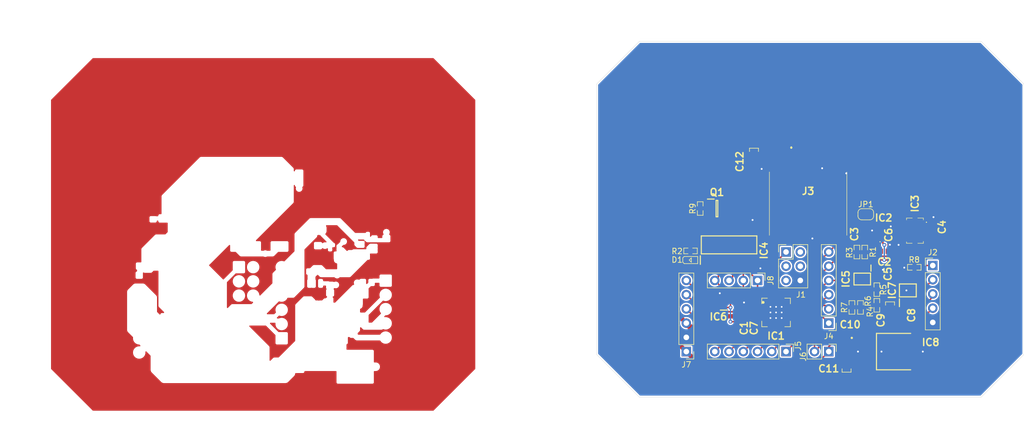
<source format=kicad_pcb>
(kicad_pcb (version 20171130) (host pcbnew "(5.1.12)-1")
  (layers (0 F.Cu signal) (31 B.Cu signal hide) (34 B.Paste user) (35 F.Paste user) (36 B.SilkS user) (37 F.SilkS user) (38 B.Mask user) (39 F.Mask user) (44 Edge.Cuts user))
  (net 0 "")
  (net 1 +5V)
  (net 2 GND)
  (net 3 +3V3)
  (net 4 "Net-(C5-Pad1)")
  (net 5 /SD-POWER)
  (net 6 "Net-(D1-Pad1)")
  (net 7 /SPI_MISO_5.0)
  (net 8 /SPI_SCK_5.0)
  (net 9 /SPI_CS_SD_5.0n)
  (net 10 /PA5)
  (net 11 /PA6)
  (net 12 /PA7)
  (net 13 /PB7)
  (net 14 /PB6)
  (net 15 /PB5)
  (net 16 /PB4)
  (net 17 /PB3)
  (net 18 /PB2)
  (net 19 /I2C_SDA_5.0)
  (net 20 /I2C_SCL_5.0)
  (net 21 /PC0)
  (net 22 /PC1)
  (net 23 /PC2)
  (net 24 /PC3-ALT-INT)
  (net 25 /UDPI)
  (net 26 /SPI_MOSI_5.0)
  (net 27 "Net-(IC2-Pad7)")
  (net 28 /I2C_SDA_3.3)
  (net 29 /I2C_SCL_3.3)
  (net 30 "Net-(IC3-Pad13)")
  (net 31 "Net-(IC3-Pad5)")
  (net 32 "Net-(IC3-Pad1)")
  (net 33 "Net-(IC4-Pad16)")
  (net 34 "Net-(IC4-Pad15)")
  (net 35 "Net-(IC4-Pad13)")
  (net 36 "Net-(IC4-Pad12)")
  (net 37 "Net-(IC4-Pad10)")
  (net 38 /SPI_SCK_3.3)
  (net 39 /SPI_MOSI_3.3)
  (net 40 /SPI_CS_SD_3.3n)
  (net 41 /SPI_MISO_SD_3.3)
  (net 42 "Net-(IC7-Pad6)")
  (net 43 "Net-(IC7-Pad5)")
  (net 44 "Net-(IC7-Pad4)")
  (net 45 "Net-(IC7-Pad3)")
  (net 46 "Net-(J1-Pad5)")
  (net 47 "Net-(J1-Pad4)")
  (net 48 "Net-(J1-Pad3)")
  (net 49 "Net-(J3-PadMP4)")
  (net 50 "Net-(J3-Pad8)")
  (net 51 "Net-(J3-Pad1)")
  (net 52 "Net-(R4-Pad2)")
  (net 53 "Net-(J1-Pad2)")
  (net 54 /PC4-GYRO-INT3)
  (net 55 /PC5-ACCEL-INT1)
  (module SamacSys_Parts:DM3CSSF (layer F.Cu) (at 222.377 89.027 180)
    (fp_text reference J3 (at 0 0.825) (layer F.SilkS) (effects (font (size 1.27 1.27) (thickness 0.254))))
    (fp_text value DM3CS-SF-MicroSD hide)
    (pad MP5 smd rect (at 4.65 -6.45 270) (size 1.2 1.2) (layers F.Cu F.Paste F.Mask) (net 2 GND))
    (pad MP4 smd rect (at 1.6 -6.35 270) (size 1.4 2.7) (layers F.Cu F.Paste F.Mask) (net 49 "Net-(J3-PadMP4)"))
    (pad MP3 smd rect (at -3.3 -6.35 270) (size 1.4 2.7) (layers F.Cu F.Paste F.Mask) (net 2 GND))
    (pad MP2 smd rect (at 6.55 5.85 180) (size 1.5 2.6) (layers F.Cu F.Paste F.Mask) (net 2 GND))
    (pad MP1 smd rect (at -6.8 5.85 180) (size 1 2.6) (layers F.Cu F.Paste F.Mask) (net 2 GND))
    (pad 8 smd rect (at -4.7 6.35 180) (size 0.7 2) (layers F.Cu F.Paste F.Mask) (net 50 "Net-(J3-Pad8)"))
    (pad 7 smd rect (at -3.6 6.35 180) (size 0.7 2) (layers F.Cu F.Paste F.Mask) (net 41 /SPI_MISO_SD_3.3))
    (pad 6 smd rect (at -2.5 6.35 180) (size 0.7 2) (layers F.Cu F.Paste F.Mask) (net 2 GND))
    (pad 5 smd rect (at -1.4 6.35 180) (size 0.7 2) (layers F.Cu F.Paste F.Mask) (net 38 /SPI_SCK_3.3))
    (pad 4 smd rect (at -0.3 6.35 180) (size 0.7 2) (layers F.Cu F.Paste F.Mask) (net 5 /SD-POWER))
    (pad 3 smd rect (at 0.8 6.35 180) (size 0.7 2) (layers F.Cu F.Paste F.Mask) (net 39 /SPI_MOSI_3.3))
    (pad 2 smd rect (at 1.9 6.35 180) (size 0.7 2) (layers F.Cu F.Paste F.Mask) (net 40 /SPI_CS_SD_3.3n))
    (pad 1 smd rect (at 3 6.35 180) (size 0.7 2) (layers F.Cu F.Paste F.Mask) (net 51 "Net-(J3-Pad1)"))
  )
  (module Connector_PinHeader_2.54mm:PinHeader_1x06_P2.54mm_Vertical (layer F.Cu) (at 200.66 116.84 180)
    (fp_text reference J7 (at 0 -2.33) (layer F.SilkS))
    (fp_text value PA)
    (pad 6 thru_hole oval (at 0 12.7 180) (size 1.7 1.7) (drill 1) (layers *.Cu *.Mask) (net 10 /PA5))
    (pad 5 thru_hole oval (at 0 10.16 180) (size 1.7 1.7) (drill 1) (layers *.Cu *.Mask) (net 11 /PA6))
    (pad 4 thru_hole oval (at 0 7.62 180) (size 1.7 1.7) (drill 1) (layers *.Cu *.Mask) (net 12 /PA7))
    (pad 3 thru_hole oval (at 0 5.08 180) (size 1.7 1.7) (drill 1) (layers *.Cu *.Mask) (net 1 +5V))
    (pad 2 thru_hole oval (at 0 2.54 180) (size 1.7 1.7) (drill 1) (layers *.Cu *.Mask) (net 2 GND))
    (pad 1 thru_hole rect (at 0 0 180) (size 1.7 1.7) (drill 1) (layers *.Cu *.Mask) (net 3 +3V3))
  )
  (module SamacSys_Parts:SOT65P210X110-5N (layer F.Cu) (at 206.375 108.331 180)
    (fp_text reference IC6 (at 0 -2.286) (layer F.SilkS) (effects (font (size 1.27 1.27) (thickness 0.254))))
    (fp_text value CAHCT1G125QDCKRQ1 hide)
    (pad 5 smd rect (at 1.25 -0.65 270) (size 0.35 0.85) (layers F.Cu F.Paste F.Mask) (net 1 +5V))
    (pad 4 smd rect (at 1.25 0.65 270) (size 0.35 0.85) (layers F.Cu F.Paste F.Mask) (net 7 /SPI_MISO_5.0))
    (pad 3 smd rect (at -0.95 0.65 270) (size 0.35 0.85) (layers F.Cu F.Paste F.Mask) (net 2 GND))
    (pad 2 smd rect (at -0.95 0 270) (size 0.35 0.85) (layers F.Cu F.Paste F.Mask) (net 41 /SPI_MISO_SD_3.3))
    (pad 1 smd rect (at -0.95 -0.65 270) (size 0.35 0.85) (layers F.Cu F.Paste F.Mask) (net 9 /SPI_CS_SD_5.0n))
  )
  (module SamacSys_Parts:SOIC127P600X175-16N (layer F.Cu) (at 208.28 97.79 90)
    (fp_text reference IC4 (at -1.016 6.223 90) (layer F.SilkS) (effects (font (size 1.27 1.27) (thickness 0.254))))
    (fp_text value CD74HC4050MT hide)
    (pad 16 smd rect (at 2.712 -4.445 180) (size 0.65 1.525) (layers F.Cu F.Paste F.Mask) (net 33 "Net-(IC4-Pad16)"))
    (pad 15 smd rect (at 2.712 -3.175 180) (size 0.65 1.525) (layers F.Cu F.Paste F.Mask) (net 34 "Net-(IC4-Pad15)"))
    (pad 14 smd rect (at 2.712 -1.905 180) (size 0.65 1.525) (layers F.Cu F.Paste F.Mask) (net 2 GND))
    (pad 13 smd rect (at 2.712 -0.635 180) (size 0.65 1.525) (layers F.Cu F.Paste F.Mask) (net 35 "Net-(IC4-Pad13)"))
    (pad 12 smd rect (at 2.712 0.635 180) (size 0.65 1.525) (layers F.Cu F.Paste F.Mask) (net 36 "Net-(IC4-Pad12)"))
    (pad 11 smd rect (at 2.712 1.905 180) (size 0.65 1.525) (layers F.Cu F.Paste F.Mask) (net 2 GND))
    (pad 10 smd rect (at 2.712 3.175 180) (size 0.65 1.525) (layers F.Cu F.Paste F.Mask) (net 37 "Net-(IC4-Pad10)"))
    (pad 9 smd rect (at 2.712 4.445 180) (size 0.65 1.525) (layers F.Cu F.Paste F.Mask) (net 2 GND))
    (pad 8 smd rect (at -2.712 4.445 180) (size 0.65 1.525) (layers F.Cu F.Paste F.Mask) (net 2 GND))
    (pad 7 smd rect (at -2.712 3.175 180) (size 0.65 1.525) (layers F.Cu F.Paste F.Mask) (net 8 /SPI_SCK_5.0))
    (pad 6 smd rect (at -2.712 1.905 180) (size 0.65 1.525) (layers F.Cu F.Paste F.Mask) (net 38 /SPI_SCK_3.3))
    (pad 5 smd rect (at -2.712 0.635 180) (size 0.65 1.525) (layers F.Cu F.Paste F.Mask) (net 26 /SPI_MOSI_5.0))
    (pad 4 smd rect (at -2.712 -0.635 180) (size 0.65 1.525) (layers F.Cu F.Paste F.Mask) (net 39 /SPI_MOSI_3.3))
    (pad 3 smd rect (at -2.712 -1.905 180) (size 0.65 1.525) (layers F.Cu F.Paste F.Mask) (net 9 /SPI_CS_SD_5.0n))
    (pad 2 smd rect (at -2.712 -3.175 180) (size 0.65 1.525) (layers F.Cu F.Paste F.Mask) (net 40 /SPI_CS_SD_3.3n))
    (pad 1 smd rect (at -2.712 -4.445 180) (size 0.65 1.525) (layers F.Cu F.Paste F.Mask) (net 3 +3V3))
  )
  (module Connector_PinHeader_2.54mm:PinHeader_1x04_P2.54mm_Vertical (layer F.Cu) (at 213.36 104.14 270)
    (fp_text reference J8 (at 0 -2.33 90) (layer F.SilkS))
    (fp_text value SPI)
    (pad 1 thru_hole rect (at 0 0 270) (size 1.7 1.7) (drill 1) (layers *.Cu *.Mask) (net 8 /SPI_SCK_5.0))
    (pad 2 thru_hole oval (at 0 2.54 270) (size 1.7 1.7) (drill 1) (layers *.Cu *.Mask) (net 7 /SPI_MISO_5.0))
    (pad 3 thru_hole oval (at 0 5.08 270) (size 1.7 1.7) (drill 1) (layers *.Cu *.Mask) (net 26 /SPI_MOSI_5.0))
    (pad 4 thru_hole oval (at 0 7.62 270) (size 1.7 1.7) (drill 1) (layers *.Cu *.Mask) (net 9 /SPI_CS_SD_5.0n))
  )
  (module Connector_PinHeader_2.54mm:PinHeader_1x02_P2.54mm_Vertical (layer F.Cu) (at 226.06 116.84 270)
    (fp_text reference J6 (at 0.889 4.572 90) (layer F.SilkS))
    (fp_text value I2C)
    (pad 2 thru_hole oval (at 0 2.54 270) (size 1.7 1.7) (drill 1) (layers *.Cu *.Mask) (net 20 /I2C_SCL_5.0))
    (pad 1 thru_hole rect (at 0 0 270) (size 1.7 1.7) (drill 1) (layers *.Cu *.Mask) (net 19 /I2C_SDA_5.0))
  )
  (module SamacSys_Parts:0603WAF-UNI-ROYAL (layer F.Cu) (at 228.346 108.966 90)
    (fp_text reference R7 (at 0 0.5 90) (layer F.SilkS))
    (fp_text value 4k7 hide)
    (pad 2 smd rect (at 0.788 1.8415 90) (size 0.65 0.8) (layers F.Cu F.Paste F.Mask) (net 19 /I2C_SDA_5.0))
    (pad 1 smd rect (at -0.762 1.8415 90) (size 0.65 0.8) (layers F.Cu F.Paste F.Mask) (net 1 +5V))
  )
  (module SamacSys_Parts:0603WAF-UNI-ROYAL (layer F.Cu) (at 201.295 91.313 90)
    (fp_text reference R9 (at 0 0.5 90) (layer F.SilkS))
    (fp_text value 100k)
    (pad 2 smd rect (at 0.788 1.8415 90) (size 0.65 0.8) (layers F.Cu F.Paste F.Mask) (net 49 "Net-(J3-PadMP4)"))
    (pad 1 smd rect (at -0.762 1.8415 90) (size 0.65 0.8) (layers F.Cu F.Paste F.Mask) (net 3 +3V3))
  )
  (module SamacSys_Parts:0603WAF-UNI-ROYAL (layer F.Cu) (at 241.3 99.949)
    (fp_text reference R8 (at 0 0.5) (layer F.SilkS))
    (fp_text value 100k)
    (pad 2 smd rect (at 0.788 1.8415) (size 0.65 0.8) (layers F.Cu F.Paste F.Mask) (net 42 "Net-(IC7-Pad6)"))
    (pad 1 smd rect (at -0.762 1.8415) (size 0.65 0.8) (layers F.Cu F.Paste F.Mask) (net 2 GND))
  )
  (module SamacSys_Parts:0603WAF-UNI-ROYAL (layer F.Cu) (at 229.87 108.966 90)
    (fp_text reference R6 (at 1.143 3.175 90) (layer F.SilkS))
    (fp_text value 4k7)
    (pad 2 smd rect (at 0.788 1.8415 90) (size 0.65 0.8) (layers F.Cu F.Paste F.Mask) (net 20 /I2C_SCL_5.0))
    (pad 1 smd rect (at -0.762 1.8415 90) (size 0.65 0.8) (layers F.Cu F.Paste F.Mask) (net 1 +5V))
  )
  (module SamacSys_Parts:0603WAF-UNI-ROYAL (layer F.Cu) (at 232.791 105.791 90)
    (fp_text reference R5 (at 0 3.022 90) (layer F.SilkS))
    (fp_text value 100K)
    (pad 2 smd rect (at 0.788 1.8415 90) (size 0.65 0.8) (layers F.Cu F.Paste F.Mask) (net 4 "Net-(C5-Pad1)"))
    (pad 1 smd rect (at -0.762 1.8415 90) (size 0.65 0.8) (layers F.Cu F.Paste F.Mask) (net 52 "Net-(R4-Pad2)"))
  )
  (module SamacSys_Parts:0603WAF-UNI-ROYAL (layer F.Cu) (at 232.791 108.585 90)
    (fp_text reference R4 (at -1.143 0.635 90) (layer F.SilkS))
    (fp_text value 100K)
    (pad 2 smd rect (at 0.788 1.8415 90) (size 0.65 0.8) (layers F.Cu F.Paste F.Mask) (net 52 "Net-(R4-Pad2)"))
    (pad 1 smd rect (at -0.762 1.8415 90) (size 0.65 0.8) (layers F.Cu F.Paste F.Mask) (net 1 +5V))
  )
  (module SamacSys_Parts:0603WAF-UNI-ROYAL (layer F.Cu) (at 232.918 99.06 270)
    (fp_text reference R3 (at 0.127 3.175 90) (layer F.SilkS))
    (fp_text value 4k7)
    (pad 2 smd rect (at 0.788 1.8415 270) (size 0.65 0.8) (layers F.Cu F.Paste F.Mask) (net 28 /I2C_SDA_3.3))
    (pad 1 smd rect (at -0.762 1.8415 270) (size 0.65 0.8) (layers F.Cu F.Paste F.Mask) (net 3 +3V3))
  )
  (module SamacSys_Parts:0603WAF-UNI-ROYAL (layer F.Cu) (at 201.422 100.711 180)
    (fp_text reference R2 (at 2.413 1.778) (layer F.SilkS))
    (fp_text value 1K)
    (pad 2 smd rect (at 0.788 1.8415 180) (size 0.65 0.8) (layers F.Cu F.Paste F.Mask) (net 6 "Net-(D1-Pad1)"))
    (pad 1 smd rect (at -0.762 1.8415 180) (size 0.65 0.8) (layers F.Cu F.Paste F.Mask) (net 40 /SPI_CS_SD_3.3n))
  )
  (module SamacSys_Parts:0603WAF-UNI-ROYAL (layer F.Cu) (at 234.315 99.06 270)
    (fp_text reference R1 (at 0 0.381 90) (layer F.SilkS))
    (fp_text value 4k7)
    (pad 2 smd rect (at 0.788 1.8415 270) (size 0.65 0.8) (layers F.Cu F.Paste F.Mask) (net 29 /I2C_SCL_3.3))
    (pad 1 smd rect (at -0.762 1.8415 270) (size 0.65 0.8) (layers F.Cu F.Paste F.Mask) (net 3 +3V3))
  )
  (module SamacSys_Parts:SOT95P237X112-3N (layer F.Cu) (at 206.121 91.313)
    (fp_text reference Q1 (at 0 -2.9) (layer F.SilkS) (effects (font (size 1.27 1.27) (thickness 0.254))))
    (fp_text value FDN340P hide)
    (pad 3 smd rect (at 1.1 0 90) (size 1 1.4) (layers F.Cu F.Paste F.Mask) (net 5 /SD-POWER))
    (pad 2 smd rect (at -1.1 0.95 90) (size 1 1.4) (layers F.Cu F.Paste F.Mask) (net 3 +3V3))
    (pad 1 smd rect (at -1.1 -0.95 90) (size 1 1.4) (layers F.Cu F.Paste F.Mask) (net 49 "Net-(J3-PadMP4)"))
  )
  (module Jumper:SolderJumper-2_P1.3mm_Open_RoundedPad1.0x1.5mm (layer F.Cu) (at 232.664 92.329 180)
    (fp_text reference JP1 (at 0 1.778) (layer F.SilkS))
    (fp_text value ALT_INT)
    (pad 2 smd custom (at 0.65 0 180) (size 1 0.5) (layers F.Cu F.Mask) (net 24 /PC3-ALT-INT) (options (clearance outline) (anchor rect)) (primitives (gr_circle (center 0 0.25) (end 0.5 0.25) (width 0)) (gr_circle (center 0 -0.25) (end 0.5 -0.25) (width 0)) (gr_poly (pts (xy 0 -0.75) (xy -0.5 -0.75) (xy -0.5 0.75) (xy 0 0.75)) (width 0))))
    (pad 1 smd custom (at -0.65 0 180) (size 1 0.5) (layers F.Cu F.Mask) (net 27 "Net-(IC2-Pad7)") (options (clearance outline) (anchor rect)) (primitives (gr_circle (center 0 0.25) (end 0.5 0.25) (width 0)) (gr_circle (center 0 -0.25) (end 0.5 -0.25) (width 0)) (gr_poly (pts (xy 0 -0.75) (xy 0.5 -0.75) (xy 0.5 0.75) (xy 0 0.75)) (width 0))))
  )
  (module Connector_PinHeader_2.54mm:PinHeader_1x06_P2.54mm_Vertical (layer F.Cu) (at 218.44 116.84 270)
    (fp_text reference J5 (at -1.016 -2.159 90) (layer F.SilkS))
    (fp_text value PB)
    (pad 6 thru_hole oval (at 0 12.7 270) (size 1.7 1.7) (drill 1) (layers *.Cu *.Mask) (net 13 /PB7))
    (pad 5 thru_hole oval (at 0 10.16 270) (size 1.7 1.7) (drill 1) (layers *.Cu *.Mask) (net 14 /PB6))
    (pad 4 thru_hole oval (at 0 7.62 270) (size 1.7 1.7) (drill 1) (layers *.Cu *.Mask) (net 15 /PB5))
    (pad 3 thru_hole oval (at 0 5.08 270) (size 1.7 1.7) (drill 1) (layers *.Cu *.Mask) (net 16 /PB4))
    (pad 2 thru_hole oval (at 0 2.54 270) (size 1.7 1.7) (drill 1) (layers *.Cu *.Mask) (net 17 /PB3))
    (pad 1 thru_hole rect (at 0 0 270) (size 1.7 1.7) (drill 1) (layers *.Cu *.Mask) (net 18 /PB2))
  )
  (module Connector_PinHeader_2.54mm:PinHeader_1x06_P2.54mm_Vertical (layer F.Cu) (at 226.06 111.76 180)
    (fp_text reference J4 (at 0 -2.33) (layer F.SilkS))
    (fp_text value PC)
    (pad 6 thru_hole oval (at 0 12.7 180) (size 1.7 1.7) (drill 1) (layers *.Cu *.Mask) (net 55 /PC5-ACCEL-INT1))
    (pad 5 thru_hole oval (at 0 10.16 180) (size 1.7 1.7) (drill 1) (layers *.Cu *.Mask) (net 54 /PC4-GYRO-INT3))
    (pad 4 thru_hole oval (at 0 7.62 180) (size 1.7 1.7) (drill 1) (layers *.Cu *.Mask) (net 24 /PC3-ALT-INT))
    (pad 3 thru_hole oval (at 0 5.08 180) (size 1.7 1.7) (drill 1) (layers *.Cu *.Mask) (net 23 /PC2))
    (pad 2 thru_hole oval (at 0 2.54 180) (size 1.7 1.7) (drill 1) (layers *.Cu *.Mask) (net 22 /PC1))
    (pad 1 thru_hole rect (at 0 0 180) (size 1.7 1.7) (drill 1) (layers *.Cu *.Mask) (net 21 /PC0))
  )
  (module Connector_PinHeader_2.54mm:PinHeader_1x05_P2.54mm_Vertical (layer F.Cu) (at 244.602 101.473)
    (fp_text reference J2 (at 0 -2.33) (layer F.SilkS))
    (fp_text value DAC)
    (pad 5 thru_hole oval (at 0 10.16) (size 1.7 1.7) (drill 1) (layers *.Cu *.Mask) (net 2 GND))
    (pad 4 thru_hole oval (at 0 7.62) (size 1.7 1.7) (drill 1) (layers *.Cu *.Mask) (net 45 "Net-(IC7-Pad3)"))
    (pad 3 thru_hole oval (at 0 5.08) (size 1.7 1.7) (drill 1) (layers *.Cu *.Mask) (net 44 "Net-(IC7-Pad4)"))
    (pad 2 thru_hole oval (at 0 2.54) (size 1.7 1.7) (drill 1) (layers *.Cu *.Mask) (net 43 "Net-(IC7-Pad5)"))
    (pad 1 thru_hole rect (at 0 0) (size 1.7 1.7) (drill 1) (layers *.Cu *.Mask) (net 42 "Net-(IC7-Pad6)"))
  )
  (module Connector_PinHeader_2.54mm:PinHeader_2x03_P2.54mm_Vertical (layer F.Cu) (at 218.44 99.06)
    (fp_text reference J1 (at 2.667 7.62) (layer F.SilkS))
    (fp_text value UPDI)
    (pad 6 thru_hole oval (at 2.54 5.08) (size 1.7 1.7) (drill 1) (layers *.Cu *.Mask) (net 2 GND))
    (pad 5 thru_hole oval (at 0 5.08) (size 1.7 1.7) (drill 1) (layers *.Cu *.Mask) (net 46 "Net-(J1-Pad5)"))
    (pad 4 thru_hole oval (at 2.54 2.54) (size 1.7 1.7) (drill 1) (layers *.Cu *.Mask) (net 47 "Net-(J1-Pad4)"))
    (pad 3 thru_hole oval (at 0 2.54) (size 1.7 1.7) (drill 1) (layers *.Cu *.Mask) (net 48 "Net-(J1-Pad3)"))
    (pad 2 thru_hole oval (at 2.54 0) (size 1.7 1.7) (drill 1) (layers *.Cu *.Mask) (net 53 "Net-(J1-Pad2)"))
    (pad 1 thru_hole rect (at 0 0) (size 1.7 1.7) (drill 1) (layers *.Cu *.Mask) (net 25 /UDPI))
  )
  (module SamacSys_Parts:KVU0003A (layer F.Cu) (at 240.665 116.84)
    (fp_text reference IC8 (at 3.556 -1.651) (layer F.SilkS) (effects (font (size 1.27 1.27) (thickness 0.254))))
    (fp_text value TLV2217-33KVURG3 hide)
    (pad 3 smd rect (at -1.5 0 90) (size 5.55 6.15) (layers F.Cu F.Paste F.Mask) (net 2 GND))
    (pad 2 smd rect (at -8.2 2.29 90) (size 1 2.75) (layers F.Cu F.Paste F.Mask) (net 3 +3V3))
    (pad 1 smd rect (at -8.2 -2.29 90) (size 1 2.75) (layers F.Cu F.Paste F.Mask) (net 1 +5V))
  )
  (module SamacSys_Parts:SOP50P490X110-10N (layer F.Cu) (at 240.157 105.918 90)
    (fp_text reference IC7 (at 0 -2.8 90) (layer F.SilkS) (effects (font (size 1.27 1.27) (thickness 0.254))))
    (fp_text value MCP47CVB22-E_UN hide)
    (pad 10 smd rect (at 2.2 -1 180) (size 0.3 1.4) (layers F.Cu F.Paste F.Mask) (net 19 /I2C_SDA_5.0))
    (pad 9 smd rect (at 2.2 -0.5 180) (size 0.3 1.4) (layers F.Cu F.Paste F.Mask) (net 20 /I2C_SCL_5.0))
    (pad 8 smd rect (at 2.2 0 180) (size 0.3 1.4) (layers F.Cu F.Paste F.Mask) (net 2 GND))
    (pad 7 smd rect (at 2.2 0.5 180) (size 0.3 1.4) (layers F.Cu F.Paste F.Mask) (net 2 GND))
    (pad 6 smd rect (at 2.2 1 180) (size 0.3 1.4) (layers F.Cu F.Paste F.Mask) (net 42 "Net-(IC7-Pad6)"))
    (pad 5 smd rect (at -2.2 1 180) (size 0.3 1.4) (layers F.Cu F.Paste F.Mask) (net 43 "Net-(IC7-Pad5)"))
    (pad 4 smd rect (at -2.2 0.5 180) (size 0.3 1.4) (layers F.Cu F.Paste F.Mask) (net 44 "Net-(IC7-Pad4)"))
    (pad 3 smd rect (at -2.2 0 180) (size 0.3 1.4) (layers F.Cu F.Paste F.Mask) (net 45 "Net-(IC7-Pad3)"))
    (pad 2 smd rect (at -2.2 -0.5 180) (size 0.3 1.4) (layers F.Cu F.Paste F.Mask) (net 2 GND))
    (pad 1 smd rect (at -2.2 -1 180) (size 0.3 1.4) (layers F.Cu F.Paste F.Mask) (net 1 +5V))
  )
  (module SamacSys_Parts:SOP65P400X130-8N (layer F.Cu) (at 232.029 103.886 270)
    (fp_text reference IC5 (at 0 2.921 90) (layer F.SilkS) (effects (font (size 1.27 1.27) (thickness 0.254))))
    (fp_text value PCA9306DCTRG4 hide)
    (pad 8 smd roundrect (at 1.925 -0.975) (size 0.4 1.1) (layers F.Cu F.Paste F.Mask) (roundrect_rratio 0.111) (net 4 "Net-(C5-Pad1)"))
    (pad 7 smd roundrect (at 1.925 -0.325) (size 0.4 1.1) (layers F.Cu F.Paste F.Mask) (roundrect_rratio 0.111) (net 4 "Net-(C5-Pad1)"))
    (pad 6 smd roundrect (at 1.925 0.325) (size 0.4 1.1) (layers F.Cu F.Paste F.Mask) (roundrect_rratio 0.111) (net 20 /I2C_SCL_5.0))
    (pad 5 smd roundrect (at 1.925 0.975) (size 0.4 1.1) (layers F.Cu F.Paste F.Mask) (roundrect_rratio 0.111) (net 19 /I2C_SDA_5.0))
    (pad 4 smd roundrect (at -1.925 0.975) (size 0.4 1.1) (layers F.Cu F.Paste F.Mask) (roundrect_rratio 0.111) (net 28 /I2C_SDA_3.3))
    (pad 3 smd roundrect (at -1.925 0.325) (size 0.4 1.1) (layers F.Cu F.Paste F.Mask) (roundrect_rratio 0.111) (net 29 /I2C_SCL_3.3))
    (pad 2 smd roundrect (at -1.925 -0.325) (size 0.4 1.1) (layers F.Cu F.Paste F.Mask) (roundrect_rratio 0.111) (net 3 +3V3))
    (pad 1 smd roundrect (at -1.925 -0.975) (size 0.4 1.1) (layers F.Cu F.Paste F.Mask) (roundrect_rratio 0.111) (net 2 GND))
  )
  (module SamacSys_Parts:BMI088 (layer F.Cu) (at 241.427 95.25 270)
    (fp_text reference IC3 (at -4.826 0 90) (layer F.SilkS) (effects (font (size 1.27 1.27) (thickness 0.254))))
    (fp_text value BMI088 hide)
    (pad 16 smd rect (at -1.915 0) (size 0.25 0.675) (layers F.Cu F.Paste F.Mask) (net 55 /PC5-ACCEL-INT1))
    (pad 15 smd rect (at -1.5 1.165 270) (size 0.25 0.675) (layers F.Cu F.Paste F.Mask) (net 2 GND))
    (pad 14 smd rect (at -1 1.165 270) (size 0.25 0.675) (layers F.Cu F.Paste F.Mask) (net 3 +3V3))
    (pad 13 smd rect (at -0.5 1.165 270) (size 0.25 0.675) (layers F.Cu F.Paste F.Mask) (net 30 "Net-(IC3-Pad13)"))
    (pad 12 smd rect (at 0 1.165 270) (size 0.25 0.675) (layers F.Cu F.Paste F.Mask) (net 54 /PC4-GYRO-INT3))
    (pad 11 smd rect (at 0.5 1.165 270) (size 0.25 0.675) (layers F.Cu F.Paste F.Mask) (net 3 +3V3))
    (pad 10 smd rect (at 1 1.165 270) (size 0.25 0.675) (layers F.Cu F.Paste F.Mask) (net 2 GND))
    (pad 9 smd rect (at 1.5 1.165 270) (size 0.25 0.675) (layers F.Cu F.Paste F.Mask) (net 28 /I2C_SDA_3.3))
    (pad 8 smd rect (at 1.915 0) (size 0.25 0.675) (layers F.Cu F.Paste F.Mask) (net 29 /I2C_SCL_3.3))
    (pad 7 smd rect (at 1.5 -1.165 270) (size 0.25 0.675) (layers F.Cu F.Paste F.Mask) (net 3 +3V3))
    (pad 6 smd rect (at 1 -1.165 270) (size 0.25 0.675) (layers F.Cu F.Paste F.Mask) (net 2 GND))
    (pad 5 smd rect (at 0.5 -1.165 270) (size 0.25 0.675) (layers F.Cu F.Paste F.Mask) (net 31 "Net-(IC3-Pad5)"))
    (pad 4 smd rect (at 0 -1.165 270) (size 0.25 0.675) (layers F.Cu F.Paste F.Mask) (net 2 GND))
    (pad 3 smd rect (at -0.5 -1.165 270) (size 0.25 0.675) (layers F.Cu F.Paste F.Mask) (net 3 +3V3))
    (pad 2 smd rect (at -1 -1.165 270) (size 0.25 0.675) (layers F.Cu F.Paste F.Mask) (net 2 GND))
    (pad 1 smd rect (at -1.5 -1.165 270) (size 0.25 0.675) (layers F.Cu F.Paste F.Mask) (net 32 "Net-(IC3-Pad1)"))
  )
  (module SamacSys_Parts:BMP390 (layer F.Cu) (at 235.458 95.885 180)
    (fp_text reference IC2 (at -0.381 2.921) (layer F.SilkS) (effects (font (size 1.27 1.27) (thickness 0.254))))
    (fp_text value BMP390 hide)
    (pad 10 smd rect (at 0.762 -0.5 270) (size 0.25 0.275) (layers F.Cu F.Paste F.Mask) (net 3 +3V3))
    (pad 9 smd rect (at 0.762 0 270) (size 0.25 0.275) (layers F.Cu F.Paste F.Mask) (net 2 GND))
    (pad 8 smd rect (at 0.762 0.5 270) (size 0.25 0.275) (layers F.Cu F.Paste F.Mask) (net 2 GND))
    (pad 7 smd rect (at 0.25 0.763 180) (size 0.25 0.275) (layers F.Cu F.Paste F.Mask) (net 27 "Net-(IC2-Pad7)"))
    (pad 6 smd rect (at -0.25 0.763 180) (size 0.25 0.275) (layers F.Cu F.Paste F.Mask) (net 3 +3V3))
    (pad 5 smd rect (at -0.762 0.5 270) (size 0.25 0.275) (layers F.Cu F.Paste F.Mask) (net 2 GND))
    (pad 4 smd rect (at -0.762 0 270) (size 0.25 0.275) (layers F.Cu F.Paste F.Mask) (net 28 /I2C_SDA_3.3))
    (pad 3 smd rect (at -0.762 -0.5 270) (size 0.25 0.275) (layers F.Cu F.Paste F.Mask) (net 2 GND))
    (pad 2 smd rect (at -0.25 -0.763 180) (size 0.25 0.275) (layers F.Cu F.Paste F.Mask) (net 29 /I2C_SCL_3.3))
    (pad 1 smd rect (at 0.25 -0.763 180) (size 0.25 0.275) (layers F.Cu F.Paste F.Mask) (net 3 +3V3))
  )
  (module SamacSys_Parts:QFN50P400X400X90-25N-D (layer F.Cu) (at 216.662 109.855)
    (fp_text reference IC1 (at 0 4.191) (layer F.SilkS) (effects (font (size 1.27 1.27) (thickness 0.254))))
    (fp_text value ATTINY3227-MU hide)
    (pad 25 thru_hole circle (at -1 1) (size 0.5 0.5) (drill 0.3) (layers *.Cu *.Mask) (net 2 GND))
    (pad 25 thru_hole circle (at 0 1) (size 0.5 0.5) (drill 0.3) (layers *.Cu *.Mask) (net 2 GND))
    (pad 25 thru_hole circle (at 1 1) (size 0.5 0.5) (drill 0.3) (layers *.Cu *.Mask) (net 2 GND))
    (pad 25 thru_hole circle (at 1 0) (size 0.5 0.5) (drill 0.3) (layers *.Cu *.Mask) (net 2 GND))
    (pad 25 thru_hole circle (at 1 -1) (size 0.5 0.5) (drill 0.3) (layers *.Cu *.Mask) (net 2 GND))
    (pad 25 thru_hole circle (at 0 -1) (size 0.5 0.5) (drill 0.3) (layers *.Cu *.Mask) (net 2 GND))
    (pad 25 thru_hole circle (at -1 -1) (size 0.5 0.5) (drill 0.3) (layers *.Cu *.Mask) (net 2 GND))
    (pad 25 thru_hole circle (at -1 0) (size 0.5 0.5) (drill 0.3) (layers *.Cu *.Mask) (net 2 GND))
    (pad 1 smd roundrect (at -2 -1.25 90) (size 0.3 0.8) (layers F.Cu F.Paste F.Mask) (roundrect_rratio 0.1) (net 7 /SPI_MISO_5.0))
    (pad 2 smd roundrect (at -2 -0.75 90) (size 0.3 0.8) (layers F.Cu F.Paste F.Mask) (roundrect_rratio 0.5) (net 8 /SPI_SCK_5.0))
    (pad 3 smd roundrect (at -2 -0.25 90) (size 0.3 0.8) (layers F.Cu F.Paste F.Mask) (roundrect_rratio 0.5) (net 2 GND))
    (pad 4 smd roundrect (at -2 0.25 90) (size 0.3 0.8) (layers F.Cu F.Paste F.Mask) (roundrect_rratio 0.5) (net 1 +5V))
    (pad 5 smd roundrect (at -2 0.75 90) (size 0.3 0.8) (layers F.Cu F.Paste F.Mask) (roundrect_rratio 0.5) (net 9 /SPI_CS_SD_5.0n))
    (pad 6 smd roundrect (at -2 1.25 90) (size 0.3 0.8) (layers F.Cu F.Paste F.Mask) (roundrect_rratio 0.5) (net 10 /PA5))
    (pad 7 smd roundrect (at -1.25 2) (size 0.3 0.8) (layers F.Cu F.Paste F.Mask) (roundrect_rratio 0.5) (net 11 /PA6))
    (pad 8 smd roundrect (at -0.75 2) (size 0.3 0.8) (layers F.Cu F.Paste F.Mask) (roundrect_rratio 0.5) (net 12 /PA7))
    (pad 9 smd roundrect (at -0.25 2) (size 0.3 0.8) (layers F.Cu F.Paste F.Mask) (roundrect_rratio 0.5) (net 13 /PB7))
    (pad 10 smd roundrect (at 0.25 2) (size 0.3 0.8) (layers F.Cu F.Paste F.Mask) (roundrect_rratio 0.5) (net 14 /PB6))
    (pad 11 smd roundrect (at 0.75 2) (size 0.3 0.8) (layers F.Cu F.Paste F.Mask) (roundrect_rratio 0.5) (net 15 /PB5))
    (pad 12 smd roundrect (at 1.25 2) (size 0.3 0.8) (layers F.Cu F.Paste F.Mask) (roundrect_rratio 0.5) (net 16 /PB4))
    (pad 13 smd roundrect (at 2 1.25 90) (size 0.3 0.8) (layers F.Cu F.Paste F.Mask) (roundrect_rratio 0.5) (net 17 /PB3))
    (pad 14 smd roundrect (at 2 0.75 90) (size 0.3 0.8) (layers F.Cu F.Paste F.Mask) (roundrect_rratio 0.5) (net 18 /PB2))
    (pad 15 smd roundrect (at 2 0.25 90) (size 0.3 0.8) (layers F.Cu F.Paste F.Mask) (roundrect_rratio 0.5) (net 19 /I2C_SDA_5.0))
    (pad 16 smd roundrect (at 2 -0.25 90) (size 0.3 0.8) (layers F.Cu F.Paste F.Mask) (roundrect_rratio 0.5) (net 20 /I2C_SCL_5.0))
    (pad 17 smd roundrect (at 2 -0.75 90) (size 0.3 0.8) (layers F.Cu F.Paste F.Mask) (roundrect_rratio 0.5) (net 21 /PC0))
    (pad 18 smd roundrect (at 2 -1.25 90) (size 0.3 0.8) (layers F.Cu F.Paste F.Mask) (roundrect_rratio 0.5) (net 22 /PC1))
    (pad 19 smd roundrect (at 1.25 -2) (size 0.3 0.8) (layers F.Cu F.Paste F.Mask) (roundrect_rratio 0.5) (net 23 /PC2))
    (pad 20 smd roundrect (at 0.75 -2) (size 0.3 0.8) (layers F.Cu F.Paste F.Mask) (roundrect_rratio 0.5) (net 24 /PC3-ALT-INT))
    (pad 21 smd roundrect (at 0.25 -2) (size 0.3 0.8) (layers F.Cu F.Paste F.Mask) (roundrect_rratio 0.5) (net 54 /PC4-GYRO-INT3))
    (pad 22 smd roundrect (at -0.25 -2) (size 0.3 0.8) (layers F.Cu F.Paste F.Mask) (roundrect_rratio 0.5) (net 55 /PC5-ACCEL-INT1))
    (pad 23 smd roundrect (at -0.75 -2) (size 0.3 0.8) (layers F.Cu F.Paste F.Mask) (roundrect_rratio 0.5) (net 25 /UDPI))
    (pad 24 smd roundrect (at -1.25 -2) (size 0.3 0.8) (layers F.Cu F.Paste F.Mask) (roundrect_rratio 0.5) (net 26 /SPI_MOSI_5.0))
    (pad 25 smd roundrect (at 0 0) (size 2.75 2.75) (layers F.Cu F.Paste F.Mask) (roundrect_rratio 0.04) (net 2 GND))
    (pad 25 thru_hole circle (at 0 0) (size 0.5 0.5) (drill 0.3) (layers *.Cu *.Mask) (net 2 GND))
  )
  (module SamacSys_Parts:MHT192URCT (layer F.Cu) (at 201.422 100.457)
    (fp_text reference D1 (at -2.413 0) (layer F.SilkS))
    (fp_text value RED)
    (pad 2 smd rect (at 0.744 0.04) (size 0.8 0.8) (layers F.Cu F.Paste F.Mask) (net 3 +3V3))
    (pad 1 smd rect (at -0.76 0.04) (size 0.8 0.8) (layers F.Cu F.Paste F.Mask) (net 6 "Net-(D1-Pad1)"))
  )
  (module SamacSys_Parts:CAPPM3216X180N (layer F.Cu) (at 212.725 82.931 270)
    (fp_text reference C12 (at 0 2.54 90) (layer F.SilkS) (effects (font (size 1.27 1.27) (thickness 0.254))))
    (fp_text value 10uF hide)
    (pad 2 smd rect (at 1.3 0) (size 1.25 1.8) (layers F.Cu F.Paste F.Mask) (net 2 GND))
    (pad 1 smd rect (at -1.3 0) (size 1.25 1.8) (layers F.Cu F.Paste F.Mask) (net 5 /SD-POWER))
  )
  (module SamacSys_Parts:CAPPM3216X180N (layer F.Cu) (at 229.235 118.11 90)
    (fp_text reference C11 (at -1.778 -3.175) (layer F.SilkS) (effects (font (size 1.27 1.27) (thickness 0.254))))
    (fp_text value 22uF hide)
    (pad 2 smd rect (at 1.3 0 180) (size 1.25 1.8) (layers F.Cu F.Paste F.Mask) (net 2 GND))
    (pad 1 smd rect (at -1.3 0 180) (size 1.25 1.8) (layers F.Cu F.Paste F.Mask) (net 3 +3V3))
  )
  (module SamacSys_Parts:CAPC1608X90N (layer F.Cu) (at 232.918 112.014 180)
    (fp_text reference C10 (at 3.048 0) (layer F.SilkS) (effects (font (size 1.27 1.27) (thickness 0.254))))
    (fp_text value 100nF hide)
    (pad 2 smd rect (at 0.66 0 180) (size 0.83 0.94) (layers F.Cu F.Paste F.Mask) (net 1 +5V))
    (pad 1 smd rect (at -0.66 0 180) (size 0.83 0.94) (layers F.Cu F.Paste F.Mask) (net 2 GND))
  )
  (module SamacSys_Parts:CAPPM3216X180N (layer F.Cu) (at 236.982 110.363 270)
    (fp_text reference C9 (at 0.889 1.651 90) (layer F.SilkS) (effects (font (size 1.27 1.27) (thickness 0.254))))
    (fp_text value 10uF hide)
    (pad 2 smd rect (at 1.3 0) (size 1.25 1.8) (layers F.Cu F.Paste F.Mask) (net 2 GND))
    (pad 1 smd rect (at -1.3 0) (size 1.25 1.8) (layers F.Cu F.Paste F.Mask) (net 1 +5V))
  )
  (module SamacSys_Parts:CAPC1608X90N (layer F.Cu) (at 238.887 110.363 90)
    (fp_text reference C8 (at 0 1.905 90) (layer F.SilkS) (effects (font (size 1.27 1.27) (thickness 0.254))))
    (fp_text value 100nF hide)
    (pad 2 smd rect (at 0.66 0 90) (size 0.83 0.94) (layers F.Cu F.Paste F.Mask) (net 1 +5V))
    (pad 1 smd rect (at -0.66 0 90) (size 0.83 0.94) (layers F.Cu F.Paste F.Mask) (net 2 GND))
  )
  (module SamacSys_Parts:CAPC1608X90N (layer F.Cu) (at 212.471 109.88 90)
    (fp_text reference C7 (at -2.769 0.254 90) (layer F.SilkS) (effects (font (size 1.27 1.27) (thickness 0.254))))
    (fp_text value 4.7nF hide)
    (pad 2 smd rect (at 0.66 0 90) (size 0.83 0.94) (layers F.Cu F.Paste F.Mask) (net 2 GND))
    (pad 1 smd rect (at -0.66 0 90) (size 0.83 0.94) (layers F.Cu F.Paste F.Mask) (net 1 +5V))
  )
  (module SamacSys_Parts:CAPC1608X90N (layer F.Cu) (at 238.506 96.012 90)
    (fp_text reference C6 (at 0 -1.778 90) (layer F.SilkS) (effects (font (size 1.27 1.27) (thickness 0.254))))
    (fp_text value 100nF hide)
    (pad 2 smd rect (at 0.66 0 90) (size 0.83 0.94) (layers F.Cu F.Paste F.Mask) (net 3 +3V3))
    (pad 1 smd rect (at -0.66 0 90) (size 0.83 0.94) (layers F.Cu F.Paste F.Mask) (net 2 GND))
  )
  (module SamacSys_Parts:CAPC1608X90N (layer F.Cu) (at 234.696 102.972 90)
    (fp_text reference C5 (at 0 1.9 90) (layer F.SilkS) (effects (font (size 1.27 1.27) (thickness 0.254))))
    (fp_text value 100pF hide)
    (pad 2 smd rect (at 0.66 0 90) (size 0.83 0.94) (layers F.Cu F.Paste F.Mask) (net 2 GND))
    (pad 1 smd rect (at -0.66 0 90) (size 0.83 0.94) (layers F.Cu F.Paste F.Mask) (net 4 "Net-(C5-Pad1)"))
  )
  (module SamacSys_Parts:CAPC1608X90N (layer F.Cu) (at 244.729 94.615 270)
    (fp_text reference C4 (at 0 -1.524 90) (layer F.SilkS) (effects (font (size 1.27 1.27) (thickness 0.254))))
    (fp_text value 100nF hide)
    (pad 2 smd rect (at 0.66 0 270) (size 0.83 0.94) (layers F.Cu F.Paste F.Mask) (net 3 +3V3))
    (pad 1 smd rect (at -0.66 0 270) (size 0.83 0.94) (layers F.Cu F.Paste F.Mask) (net 2 GND))
  )
  (module SamacSys_Parts:CAPC1608X90N (layer F.Cu) (at 232.537 95.885 270)
    (fp_text reference C3 (at 0 1.9 90) (layer F.SilkS) (effects (font (size 1.27 1.27) (thickness 0.254))))
    (fp_text value 100nF hide)
    (pad 2 smd rect (at 0.66 0 270) (size 0.83 0.94) (layers F.Cu F.Paste F.Mask) (net 3 +3V3))
    (pad 1 smd rect (at -0.66 0 270) (size 0.83 0.94) (layers F.Cu F.Paste F.Mask) (net 2 GND))
  )
  (module SamacSys_Parts:CAPC1608X90N (layer F.Cu) (at 235.966 98.933)
    (fp_text reference C2 (at 0 1.9) (layer F.SilkS) (effects (font (size 1.27 1.27) (thickness 0.254))))
    (fp_text value 100nF hide)
    (pad 2 smd rect (at 0.66 0) (size 0.83 0.94) (layers F.Cu F.Paste F.Mask) (net 2 GND))
    (pad 1 smd rect (at -0.66 0) (size 0.83 0.94) (layers F.Cu F.Paste F.Mask) (net 3 +3V3))
  )
  (module SamacSys_Parts:CAPC1608X90N (layer F.Cu) (at 210.947 109.88 270)
    (fp_text reference C1 (at 2.769 0 90) (layer F.SilkS) (effects (font (size 1.27 1.27) (thickness 0.254))))
    (fp_text value 100nF hide)
    (pad 2 smd rect (at 0.66 0 270) (size 0.83 0.94) (layers F.Cu F.Paste F.Mask) (net 1 +5V))
    (pad 1 smd rect (at -0.66 0 270) (size 0.83 0.94) (layers F.Cu F.Paste F.Mask) (net 2 GND))
  )
  (gr_line (start 253.238 124.968) (end 260.858 117.348) (layer Edge.Cuts) (width 0.05))
  (gr_line (start 192.278 124.968) (end 253.238 124.968) (layer Edge.Cuts) (width 0.05))
  (gr_line (start 184.658 117.348) (end 192.278 124.968) (layer Edge.Cuts) (width 0.05))
  (gr_line (start 184.658 69.088) (end 184.658 117.348) (layer Edge.Cuts) (width 0.05))
  (gr_line (start 192.278 61.468) (end 184.658 69.088) (layer Edge.Cuts) (width 0.05))
  (gr_line (start 253.238 61.468) (end 192.278 61.468) (layer Edge.Cuts) (width 0.05))
  (gr_line (start 260.858 69.088) (end 253.238 61.468) (layer Edge.Cuts) (width 0.05))
  (gr_line (start 260.858 117.348) (end 260.858 69.088) (layer Edge.Cuts) (width 0.05))
  (segment (start 239.157 109.433) (end 238.887 109.703) (width 0.254) (layer F.Cu) (net 1))
  (segment (start 239.157 108.118) (end 239.157 109.433) (width 0.254) (layer F.Cu) (net 1))
  (segment (start 230.1875 109.728) (end 231.7115 109.728) (width 0.508) (layer F.Cu) (net 1))
  (segment (start 237.622 109.703) (end 236.982 109.063) (width 0.508) (layer F.Cu) (net 1))
  (segment (start 238.887 109.703) (end 237.622 109.703) (width 0.508) (layer F.Cu) (net 1))
  (segment (start 210.947 110.54) (end 212.471 110.54) (width 0.508) (layer F.Cu) (net 1))
  (segment (start 212.906 110.105) (end 212.471 110.54) (width 0.254) (layer F.Cu) (net 1))
  (segment (start 214.662 110.105) (end 212.906 110.105) (width 0.254) (layer F.Cu) (net 1))
  (segment (start 200.025 102.616) (end 201.295 102.616) (width 0.762) (layer F.Cu) (net 1))
  (segment (start 199.136 103.505) (end 200.025 102.616) (width 0.762) (layer F.Cu) (net 1))
  (segment (start 199.136 110.236) (end 199.136 103.505) (width 0.762) (layer F.Cu) (net 1))
  (segment (start 200.66 111.76) (end 199.136 110.236) (width 0.762) (layer F.Cu) (net 1))
  (segment (start 206.423878 110.54) (end 203.2 107.316122) (width 0.762) (layer F.Cu) (net 1))
  (segment (start 210.947 110.54) (end 206.423878 110.54) (width 0.762) (layer F.Cu) (net 1))
  (segment (start 203.2 104.521) (end 201.295 102.616) (width 0.762) (layer F.Cu) (net 1))
  (segment (start 203.2 107.316122) (end 203.2 104.521) (width 0.762) (layer F.Cu) (net 1))
  (segment (start 228.781278 114.55) (end 232.465 114.55) (width 1.016) (layer F.Cu) (net 1))
  (segment (start 227.711 115.620278) (end 228.781278 114.55) (width 1.016) (layer F.Cu) (net 1))
  (segment (start 227.711 117.983) (end 227.711 115.620278) (width 1.016) (layer F.Cu) (net 1))
  (segment (start 205.105 118.999) (end 226.695 118.999) (width 1.016) (layer F.Cu) (net 1))
  (segment (start 203.454 117.348) (end 205.105 118.999) (width 1.016) (layer F.Cu) (net 1))
  (segment (start 226.695 118.999) (end 227.711 117.983) (width 1.016) (layer F.Cu) (net 1))
  (segment (start 203.454 114.554) (end 203.454 117.348) (width 1.016) (layer F.Cu) (net 1))
  (segment (start 200.66 111.76) (end 203.454 114.554) (width 1.016) (layer F.Cu) (net 1))
  (segment (start 232.2195 111.9755) (end 232.258 112.014) (width 0.508) (layer F.Cu) (net 1))
  (segment (start 232.258 114.343) (end 232.465 114.55) (width 0.508) (layer F.Cu) (net 1))
  (segment (start 232.258 112.014) (end 232.258 114.343) (width 0.508) (layer F.Cu) (net 1))
  (segment (start 232.258 110.2745) (end 231.7115 109.728) (width 0.508) (layer F.Cu) (net 1))
  (segment (start 232.258 112.014) (end 232.258 110.2745) (width 0.508) (layer F.Cu) (net 1))
  (segment (start 234.6325 109.347) (end 233.1855 109.347) (width 0.508) (layer F.Cu) (net 1))
  (segment (start 231.7115 109.728) (end 232.791 109.728) (width 0.508) (layer F.Cu) (net 1))
  (segment (start 232.79775 109.73475) (end 232.258 110.2745) (width 0.508) (layer F.Cu) (net 1))
  (segment (start 232.791 109.728) (end 232.79775 109.73475) (width 0.508) (layer F.Cu) (net 1))
  (segment (start 233.1855 109.347) (end 232.79775 109.73475) (width 0.508) (layer F.Cu) (net 1))
  (segment (start 236.698 109.347) (end 236.982 109.063) (width 0.508) (layer F.Cu) (net 1))
  (segment (start 234.6325 109.347) (end 236.698 109.347) (width 0.508) (layer F.Cu) (net 1))
  (segment (start 240.657 103.718) (end 240.157 103.718) (width 0.254) (layer F.Cu) (net 2))
  (segment (start 239.657 110.253) (end 238.887 111.023) (width 0.254) (layer F.Cu) (net 2))
  (segment (start 239.657 108.118) (end 239.657 110.253) (width 0.254) (layer F.Cu) (net 2))
  (segment (start 240.157 103.718) (end 240.157 105.664) (width 0.254) (layer F.Cu) (net 2))
  (segment (start 239.657 106.164) (end 239.657 108.118) (width 0.254) (layer F.Cu) (net 2))
  (segment (start 240.157 105.664) (end 239.903 105.918) (width 0.254) (layer F.Cu) (net 2))
  (segment (start 239.903 105.918) (end 239.657 106.164) (width 0.254) (layer F.Cu) (net 2))
  (via (at 239.903 105.918) (size 0.6858) (drill 0.3302) (layers F.Cu B.Cu) (net 2))
  (segment (start 244.348 111.887) (end 244.602 111.633) (width 0.254) (layer F.Cu) (net 2))
  (segment (start 240.657 101.9095) (end 240.538 101.7905) (width 0.254) (layer F.Cu) (net 2))
  (segment (start 240.657 103.718) (end 240.657 101.9095) (width 0.254) (layer F.Cu) (net 2))
  (segment (start 237.622 111.023) (end 236.982 111.663) (width 0.508) (layer F.Cu) (net 2))
  (segment (start 238.887 111.023) (end 237.622 111.023) (width 0.508) (layer F.Cu) (net 2))
  (segment (start 239.497 111.633) (end 238.887 111.023) (width 0.508) (layer F.Cu) (net 2))
  (segment (start 244.602 111.633) (end 239.497 111.633) (width 0.508) (layer F.Cu) (net 2))
  (segment (start 239.165 116.84) (end 235.458 116.84) (width 1.016) (layer F.Cu) (net 2))
  (segment (start 239.165 116.84) (end 242.824 116.84) (width 1.016) (layer F.Cu) (net 2))
  (via (at 242.824 116.84) (size 0.6858) (drill 0.3302) (layers F.Cu B.Cu) (net 2))
  (via (at 235.458 116.84) (size 0.6858) (drill 0.3302) (layers F.Cu B.Cu) (net 2))
  (segment (start 235.458 116.84) (end 231.267 116.84) (width 1.016) (layer F.Cu) (net 2))
  (segment (start 238.379 116.054) (end 239.165 116.84) (width 1.016) (layer F.Cu) (net 2))
  (segment (start 242.824 116.84) (end 242.824 116.84) (width 1.016) (layer F.Cu) (net 2))
  (via (at 231.267 116.84) (size 0.6858) (drill 0.3302) (layers F.Cu B.Cu) (net 2))
  (segment (start 210.947 109.22) (end 210.947 108.077) (width 0.508) (layer F.Cu) (net 2))
  (via (at 210.947 108.077) (size 0.6858) (drill 0.3302) (layers F.Cu B.Cu) (net 2))
  (segment (start 210.947 109.22) (end 212.471 109.22) (width 0.508) (layer F.Cu) (net 2))
  (segment (start 212.856 109.605) (end 212.471 109.22) (width 0.254) (layer F.Cu) (net 2))
  (segment (start 214.662 109.605) (end 212.856 109.605) (width 0.254) (layer F.Cu) (net 2))
  (segment (start 212.725 108.966) (end 212.471 109.22) (width 0.254) (layer F.Cu) (net 2))
  (segment (start 212.725 100.502) (end 212.725 100.838) (width 0.254) (layer F.Cu) (net 2))
  (segment (start 212.725 100.838) (end 213.868 101.981) (width 0.254) (layer F.Cu) (net 2))
  (segment (start 213.868 101.981) (end 213.868 101.981) (width 0.254) (layer F.Cu) (net 2))
  (segment (start 212.725 95.078) (end 212.725 94.615) (width 0.254) (layer F.Cu) (net 2))
  (segment (start 210.185 94.757578) (end 210.185 95.078) (width 0.254) (layer F.Cu) (net 2))
  (segment (start 210.906479 94.036099) (end 210.185 94.757578) (width 0.254) (layer F.Cu) (net 2))
  (segment (start 212.146099 94.036099) (end 210.906479 94.036099) (width 0.254) (layer F.Cu) (net 2))
  (segment (start 212.725 94.615) (end 212.146099 94.036099) (width 0.254) (layer F.Cu) (net 2))
  (segment (start 210.185 95.078) (end 210.185 94.615) (width 0.254) (layer F.Cu) (net 2))
  (segment (start 206.375 94.757578) (end 206.375 95.078) (width 0.254) (layer F.Cu) (net 2))
  (segment (start 207.096479 94.036099) (end 206.375 94.757578) (width 0.254) (layer F.Cu) (net 2))
  (segment (start 209.606099 94.036099) (end 207.096479 94.036099) (width 0.254) (layer F.Cu) (net 2))
  (segment (start 210.185 94.615) (end 209.606099 94.036099) (width 0.254) (layer F.Cu) (net 2))
  (segment (start 213.868 101.981) (end 213.868 101.981) (width 0.254) (layer F.Cu) (net 2))
  (via (at 213.868 101.981) (size 0.6858) (drill 0.3302) (layers F.Cu B.Cu) (net 2))
  (via (at 212.471 93.345) (size 0.6858) (drill 0.3302) (layers F.Cu B.Cu) (net 2))
  (segment (start 207.325 107.681) (end 207.325 107.122) (width 0.254) (layer F.Cu) (net 2))
  (segment (start 207.325 107.122) (end 206.629 106.426) (width 0.254) (layer F.Cu) (net 2))
  (segment (start 206.629 106.426) (end 206.629 106.426) (width 0.254) (layer F.Cu) (net 2))
  (via (at 206.629 106.426) (size 0.6858) (drill 0.3302) (layers F.Cu B.Cu) (net 2))
  (segment (start 229.265 116.84) (end 229.235 116.81) (width 1.016) (layer F.Cu) (net 2))
  (segment (start 231.267 116.84) (end 229.265 116.84) (width 1.016) (layer F.Cu) (net 2))
  (segment (start 236.631 112.014) (end 236.982 111.663) (width 0.762) (layer F.Cu) (net 2))
  (segment (start 233.578 112.014) (end 236.631 112.014) (width 0.762) (layer F.Cu) (net 2))
  (segment (start 236.982 114.657) (end 239.165 116.84) (width 0.762) (layer F.Cu) (net 2))
  (segment (start 236.982 111.663) (end 236.982 114.657) (width 0.762) (layer F.Cu) (net 2))
  (segment (start 234.345 101.961) (end 234.696 102.312) (width 0.254) (layer F.Cu) (net 2))
  (segment (start 233.004 101.961) (end 234.345 101.961) (width 0.254) (layer F.Cu) (net 2))
  (via (at 235.712 102.235) (size 0.6858) (drill 0.3302) (layers F.Cu B.Cu) (net 2))
  (segment (start 224.877 84.114) (end 224.877 84.161) (width 0.254) (layer F.Cu) (net 2))
  (via (at 224.877 84.114) (size 0.6858) (drill 0.3302) (layers F.Cu B.Cu) (net 2))
  (segment (start 212.146099 93.669901) (end 212.471 93.345) (width 0.254) (layer F.Cu) (net 2))
  (segment (start 212.146099 94.036099) (end 212.146099 93.669901) (width 0.254) (layer F.Cu) (net 2))
  (segment (start 229.177 82.466878) (end 229.177 83.177) (width 0.762) (layer F.Cu) (net 2))
  (segment (start 214.773 84.231) (end 215.827 83.177) (width 0.762) (layer F.Cu) (net 2))
  (segment (start 212.725 84.231) (end 214.092 84.231) (width 0.762) (layer F.Cu) (net 2))
  (segment (start 214.092 84.231) (end 214.773 84.231) (width 0.762) (layer F.Cu) (net 2))
  (via (at 214.092 84.231) (size 0.6858) (drill 0.3302) (layers F.Cu B.Cu) (net 2))
  (segment (start 217.727 95.477) (end 218.897 96.647) (width 0.508) (layer F.Cu) (net 2))
  (segment (start 224.407 96.647) (end 225.677 95.377) (width 0.508) (layer F.Cu) (net 2))
  (segment (start 218.897 96.647) (end 223.139 96.647) (width 0.508) (layer F.Cu) (net 2))
  (segment (start 223.139 96.647) (end 224.407 96.647) (width 0.508) (layer F.Cu) (net 2))
  (via (at 223.139 96.647) (size 0.6858) (drill 0.3302) (layers F.Cu B.Cu) (net 2))
  (segment (start 224.877 82.677) (end 224.877 84.114) (width 0.508) (layer F.Cu) (net 2))
  (segment (start 236.626 96.791) (end 236.22 96.385) (width 0.254) (layer F.Cu) (net 2))
  (segment (start 236.626 98.933) (end 236.626 97.765) (width 0.254) (layer F.Cu) (net 2))
  (segment (start 234.536 95.225) (end 234.696 95.385) (width 0.254) (layer F.Cu) (net 2))
  (segment (start 232.537 95.225) (end 233.782 95.225) (width 0.254) (layer F.Cu) (net 2))
  (segment (start 234.696 95.385) (end 234.696 95.885) (width 0.254) (layer F.Cu) (net 2))
  (segment (start 233.782 95.225) (end 234.536 95.225) (width 0.254) (layer F.Cu) (net 2))
  (via (at 233.782 95.225) (size 0.6858) (drill 0.3302) (layers F.Cu B.Cu) (net 2))
  (segment (start 236.626 97.765) (end 236.626 96.791) (width 0.254) (layer F.Cu) (net 2))
  (segment (start 236.626 97.765) (end 236.957 97.765) (width 0.254) (layer F.Cu) (net 2))
  (segment (start 236.957 97.765) (end 236.957 97.765) (width 0.254) (layer F.Cu) (net 2))
  (via (at 236.957 97.765) (size 0.6858) (drill 0.3302) (layers F.Cu B.Cu) (net 2))
  (segment (start 236.22 95.385) (end 236.22 95.377) (width 0.254) (layer F.Cu) (net 2))
  (segment (start 236.22 95.377) (end 237.109 94.488) (width 0.254) (layer F.Cu) (net 2))
  (segment (start 237.109 94.488) (end 237.109 94.488) (width 0.254) (layer F.Cu) (net 2))
  (via (at 237.109 94.488) (size 0.6858) (drill 0.3302) (layers F.Cu B.Cu) (net 2))
  (segment (start 240.538 101.7905) (end 240.3475 101.7905) (width 0.254) (layer F.Cu) (net 2))
  (segment (start 244.434 94.25) (end 244.729 93.955) (width 0.254) (layer F.Cu) (net 2))
  (segment (start 242.592 94.25) (end 244.434 94.25) (width 0.254) (layer F.Cu) (net 2))
  (segment (start 238.928 96.25) (end 240.262 96.25) (width 0.254) (layer F.Cu) (net 2))
  (segment (start 238.506 96.672) (end 238.928 96.25) (width 0.254) (layer F.Cu) (net 2))
  (segment (start 242.592 95.25) (end 241.935 95.25) (width 0.254) (layer F.Cu) (net 2))
  (segment (start 241.538 95.647) (end 241.538 96.25) (width 0.254) (layer F.Cu) (net 2))
  (segment (start 241.935 95.25) (end 241.538 95.647) (width 0.254) (layer F.Cu) (net 2))
  (segment (start 241.538 96.25) (end 242.592 96.25) (width 0.254) (layer F.Cu) (net 2))
  (segment (start 240.262 96.25) (end 241.538 96.25) (width 0.254) (layer F.Cu) (net 2))
  (segment (start 242.592 94.25) (end 241.3795 94.25) (width 0.254) (layer F.Cu) (net 2))
  (segment (start 240.8795 93.75) (end 240.262 93.75) (width 0.254) (layer F.Cu) (net 2))
  (segment (start 241.3795 94.25) (end 240.8795 93.75) (width 0.254) (layer F.Cu) (net 2))
  (via (at 239.522 101.854) (size 0.6858) (drill 0.3302) (layers F.Cu B.Cu) (net 2))
  (segment (start 239.5855 101.7905) (end 239.522 101.854) (width 0.508) (layer F.Cu) (net 2))
  (segment (start 240.538 101.7905) (end 239.5855 101.7905) (width 0.508) (layer F.Cu) (net 2))
  (segment (start 234.773 102.235) (end 234.696 102.312) (width 0.508) (layer F.Cu) (net 2))
  (segment (start 235.712 102.235) (end 234.773 102.235) (width 0.508) (layer F.Cu) (net 2))
  (segment (start 244.729 93.955) (end 244.729 92.837) (width 0.254) (layer F.Cu) (net 2))
  (segment (start 244.729 92.837) (end 244.729 92.837) (width 0.254) (layer F.Cu) (net 2))
  (via (at 244.729 92.837) (size 0.6858) (drill 0.3302) (layers F.Cu B.Cu) (net 2))
  (segment (start 229.177 83.177) (end 229.177 85.021) (width 0.508) (layer F.Cu) (net 2))
  (segment (start 229.177 85.021) (end 229.177 85.032) (width 0.508) (layer F.Cu) (net 2))
  (via (at 229.177 85.021) (size 0.6858) (drill 0.3302) (layers F.Cu B.Cu) (net 2))
  (segment (start 238.506 96.672) (end 238.506 97.79) (width 0.254) (layer F.Cu) (net 2))
  (segment (start 238.506 97.79) (end 238.506 97.79) (width 0.254) (layer F.Cu) (net 2))
  (via (at 238.506 97.79) (size 0.6858) (drill 0.3302) (layers F.Cu B.Cu) (net 2))
  (segment (start 200.66 116.84) (end 201.008722 116.84) (width 1.016) (layer F.Cu) (net 3))
  (segment (start 203.83 100.497) (end 203.835 100.502) (width 0.508) (layer F.Cu) (net 3))
  (segment (start 202.166 100.497) (end 203.83 100.497) (width 0.508) (layer F.Cu) (net 3))
  (segment (start 202.166 100.497) (end 202.166 100.602) (width 0.508) (layer F.Cu) (net 3))
  (segment (start 201.319122 101.6) (end 202.166 100.753122) (width 0.762) (layer F.Cu) (net 3))
  (segment (start 199.644 101.6) (end 201.319122 101.6) (width 0.762) (layer F.Cu) (net 3))
  (segment (start 198.12 103.124) (end 199.644 101.6) (width 0.762) (layer F.Cu) (net 3))
  (segment (start 198.12 114.3) (end 198.12 103.124) (width 0.762) (layer F.Cu) (net 3))
  (segment (start 202.166 100.753122) (end 202.166 100.497) (width 0.762) (layer F.Cu) (net 3))
  (segment (start 200.66 116.84) (end 198.12 114.3) (width 0.762) (layer F.Cu) (net 3))
  (segment (start 229.515 119.13) (end 229.235 119.41) (width 1.016) (layer F.Cu) (net 3))
  (segment (start 232.465 119.13) (end 229.515 119.13) (width 1.016) (layer F.Cu) (net 3))
  (segment (start 228.503 120.142) (end 229.235 119.41) (width 0.762) (layer F.Cu) (net 3))
  (segment (start 203.962 120.142) (end 228.503 120.142) (width 0.762) (layer F.Cu) (net 3))
  (segment (start 200.66 116.84) (end 203.962 120.142) (width 0.762) (layer F.Cu) (net 3))
  (segment (start 199.644 101.6) (end 198.628 100.584) (width 0.762) (layer F.Cu) (net 3))
  (segment (start 203.559 92.263) (end 205.021 92.263) (width 0.762) (layer F.Cu) (net 3))
  (segment (start 198.628 97.194) (end 203.559 92.263) (width 0.762) (layer F.Cu) (net 3))
  (segment (start 198.628 100.584) (end 198.628 97.194) (width 0.762) (layer F.Cu) (net 3))
  (segment (start 203.371 92.075) (end 203.559 92.263) (width 0.508) (layer F.Cu) (net 3))
  (segment (start 203.1365 92.075) (end 203.371 92.075) (width 0.508) (layer F.Cu) (net 3))
  (segment (start 235.306 98.933) (end 235.208 98.835) (width 0.254) (layer F.Cu) (net 3))
  (segment (start 232.697 96.385) (end 232.537 96.545) (width 0.254) (layer F.Cu) (net 3))
  (segment (start 234.696 96.385) (end 232.697 96.385) (width 0.254) (layer F.Cu) (net 3))
  (segment (start 232.435 96.545) (end 232.537 96.545) (width 0.254) (layer F.Cu) (net 3))
  (segment (start 244.204 94.75) (end 244.729 95.275) (width 0.254) (layer F.Cu) (net 3))
  (segment (start 242.592 94.75) (end 244.204 94.75) (width 0.254) (layer F.Cu) (net 3))
  (segment (start 238.904 95.75) (end 240.262 95.75) (width 0.254) (layer F.Cu) (net 3))
  (segment (start 238.506 95.352) (end 238.904 95.75) (width 0.254) (layer F.Cu) (net 3))
  (segment (start 243.254 96.75) (end 244.729 95.275) (width 0.254) (layer F.Cu) (net 3))
  (segment (start 242.592 96.75) (end 243.254 96.75) (width 0.254) (layer F.Cu) (net 3))
  (segment (start 240.262 95.75) (end 240.673 95.75) (width 0.254) (layer F.Cu) (net 3))
  (segment (start 240.673 95.75) (end 240.919 95.504) (width 0.254) (layer F.Cu) (net 3))
  (segment (start 240.727422 94.25) (end 240.919 94.441578) (width 0.254) (layer F.Cu) (net 3))
  (segment (start 240.262 94.25) (end 240.727422 94.25) (width 0.254) (layer F.Cu) (net 3))
  (segment (start 241.038 94.75) (end 240.919 94.869) (width 0.254) (layer F.Cu) (net 3))
  (segment (start 242.592 94.75) (end 241.038 94.75) (width 0.254) (layer F.Cu) (net 3))
  (segment (start 240.919 94.869) (end 240.919 95.504) (width 0.254) (layer F.Cu) (net 3))
  (segment (start 240.919 94.441578) (end 240.919 94.869) (width 0.254) (layer F.Cu) (net 3))
  (segment (start 235.208 98.835) (end 235.208 96.648) (width 0.254) (layer F.Cu) (net 3))
  (segment (start 235.208 96.648) (end 235.208 96.135) (width 0.254) (layer F.Cu) (net 3))
  (segment (start 235.708 95.635) (end 235.708 95.122) (width 0.254) (layer F.Cu) (net 3))
  (segment (start 235.208 96.135) (end 235.708 95.635) (width 0.254) (layer F.Cu) (net 3))
  (segment (start 230.251 99.1235) (end 231.0765 98.298) (width 0.254) (layer F.Cu) (net 3))
  (segment (start 230.251 102.489) (end 230.251 99.1235) (width 0.254) (layer F.Cu) (net 3))
  (segment (start 230.759 102.997) (end 230.251 102.489) (width 0.254) (layer F.Cu) (net 3))
  (segment (start 231.902 102.997) (end 230.759 102.997) (width 0.254) (layer F.Cu) (net 3))
  (segment (start 232.354 102.545) (end 231.902 102.997) (width 0.254) (layer F.Cu) (net 3))
  (segment (start 232.354 101.961) (end 232.354 102.545) (width 0.254) (layer F.Cu) (net 3))
  (segment (start 231.0765 98.298) (end 232.4735 98.298) (width 0.254) (layer F.Cu) (net 3))
  (segment (start 232.4735 96.6085) (end 232.537 96.545) (width 0.254) (layer F.Cu) (net 3))
  (segment (start 232.4735 98.298) (end 232.4735 96.6085) (width 0.254) (layer F.Cu) (net 3))
  (segment (start 235.306 98.933) (end 233.807 98.933) (width 0.254) (layer F.Cu) (net 3))
  (segment (start 233.172 98.298) (end 232.4735 98.298) (width 0.254) (layer F.Cu) (net 3))
  (segment (start 233.807 98.933) (end 233.172 98.298) (width 0.254) (layer F.Cu) (net 3))
  (segment (start 238.506 95.352) (end 238.506 94.361) (width 0.254) (layer F.Cu) (net 3))
  (segment (start 238.506 94.361) (end 237.744 93.599) (width 0.254) (layer F.Cu) (net 3))
  (segment (start 235.708 94.746) (end 235.708 95.122) (width 0.254) (layer F.Cu) (net 3))
  (segment (start 236.855 93.599) (end 235.708 94.746) (width 0.254) (layer F.Cu) (net 3))
  (segment (start 237.744 93.599) (end 236.855 93.599) (width 0.254) (layer F.Cu) (net 3))
  (segment (start 234.6325 103.6955) (end 234.696 103.632) (width 0.254) (layer F.Cu) (net 4))
  (segment (start 234.6325 105.003) (end 234.6325 103.6955) (width 0.254) (layer F.Cu) (net 4))
  (segment (start 233.004 105.811) (end 232.354 105.811) (width 0.254) (layer F.Cu) (net 4))
  (segment (start 233.812 105.003) (end 233.004 105.811) (width 0.254) (layer F.Cu) (net 4))
  (segment (start 234.6325 105.003) (end 233.812 105.003) (width 0.254) (layer F.Cu) (net 4))
  (segment (start 213.33 81.026) (end 212.725 81.631) (width 0.762) (layer F.Cu) (net 5))
  (segment (start 222.236122 81.026) (end 213.33 81.026) (width 0.762) (layer F.Cu) (net 5))
  (segment (start 222.677 81.466878) (end 222.236122 81.026) (width 0.762) (layer F.Cu) (net 5))
  (segment (start 222.677 82.677) (end 222.677 81.466878) (width 0.762) (layer F.Cu) (net 5))
  (segment (start 207.221 87.135) (end 212.725 81.631) (width 0.762) (layer F.Cu) (net 5))
  (segment (start 207.221 91.313) (end 207.221 87.135) (width 0.762) (layer F.Cu) (net 5))
  (segment (start 200.662 100.497) (end 200.662 98.8975) (width 0.254) (layer F.Cu) (net 6))
  (segment (start 213.502578 102.87) (end 212.09 101.457422) (width 0.254) (layer F.Cu) (net 7))
  (segment (start 212.09 99.546578) (end 211.857422 99.314) (width 0.254) (layer F.Cu) (net 7))
  (segment (start 212.09 101.457422) (end 212.09 99.546578) (width 0.254) (layer F.Cu) (net 7))
  (segment (start 210.82 99.546578) (end 210.82 104.14) (width 0.254) (layer F.Cu) (net 7))
  (segment (start 211.052578 99.314) (end 210.82 99.546578) (width 0.254) (layer F.Cu) (net 7))
  (segment (start 211.857422 99.314) (end 211.052578 99.314) (width 0.254) (layer F.Cu) (net 7))
  (segment (start 210.82 104.14) (end 210.82 105.791) (width 0.254) (layer F.Cu) (net 7))
  (segment (start 214.292922 102.87) (end 213.502578 102.87) (width 0.254) (layer F.Cu) (net 7))
  (segment (start 214.662 103.239078) (end 214.292922 102.87) (width 0.254) (layer F.Cu) (net 7))
  (segment (start 214.662 108.605) (end 214.662 103.239078) (width 0.254) (layer F.Cu) (net 7))
  (segment (start 205.125 107.681) (end 205.344 107.681) (width 0.254) (layer F.Cu) (net 7))
  (segment (start 205.344 107.681) (end 206.248 108.585) (width 0.254) (layer F.Cu) (net 7))
  (segment (start 206.248 109.006922) (end 206.969078 109.728) (width 0.254) (layer F.Cu) (net 7))
  (segment (start 206.248 108.585) (end 206.248 109.006922) (width 0.254) (layer F.Cu) (net 7))
  (segment (start 206.969078 109.728) (end 209.55 109.728) (width 0.254) (layer F.Cu) (net 7))
  (segment (start 209.55 109.728) (end 210.058 109.22) (width 0.254) (layer F.Cu) (net 7))
  (segment (start 210.058 106.553) (end 210.82 105.791) (width 0.254) (layer F.Cu) (net 7))
  (segment (start 210.058 109.22) (end 210.058 106.553) (width 0.254) (layer F.Cu) (net 7))
  (segment (start 211.455 102.235) (end 211.455 100.502) (width 0.254) (layer F.Cu) (net 8))
  (segment (start 213.36 104.14) (end 211.455 102.235) (width 0.254) (layer F.Cu) (net 8))
  (segment (start 213.36 108.230572) (end 213.36 104.14) (width 0.254) (layer F.Cu) (net 8))
  (segment (start 214.662 109.105) (end 214.234428 109.105) (width 0.254) (layer F.Cu) (net 8))
  (segment (start 214.234428 109.105) (end 213.36 108.230572) (width 0.254) (layer F.Cu) (net 8))
  (segment (start 206.375 103.505) (end 205.74 104.14) (width 0.254) (layer F.Cu) (net 9))
  (segment (start 206.375 100.502) (end 206.375 103.505) (width 0.254) (layer F.Cu) (net 9))
  (segment (start 213.488 111.379) (end 213.488 111.379) (width 0.254) (layer F.Cu) (net 9))
  (segment (start 213.488 111.379) (end 213.488 111.379) (width 0.254) (layer F.Cu) (net 9))
  (via (at 208.534 111.506) (size 0.6858) (drill 0.3302) (layers F.Cu B.Cu) (net 9))
  (via (at 208.534 108.966) (size 0.6858) (drill 0.3302) (layers F.Cu B.Cu) (net 9))
  (segment (start 207.34 108.966) (end 207.325 108.981) (width 0.254) (layer F.Cu) (net 9))
  (segment (start 208.534 108.966) (end 207.34 108.966) (width 0.254) (layer F.Cu) (net 9))
  (segment (start 208.534 106.934) (end 205.74 104.14) (width 0.254) (layer F.Cu) (net 9))
  (segment (start 208.534 108.966) (end 208.534 106.934) (width 0.254) (layer F.Cu) (net 9))
  (segment (start 208.534 111.506) (end 208.534 108.966) (width 0.254) (layer B.Cu) (net 9))
  (segment (start 214.262 110.605) (end 214.662 110.605) (width 0.254) (layer F.Cu) (net 9))
  (segment (start 213.361 111.506) (end 214.262 110.605) (width 0.254) (layer F.Cu) (net 9))
  (segment (start 208.534 111.506) (end 213.361 111.506) (width 0.254) (layer F.Cu) (net 9))
  (segment (start 214.662 111.105) (end 213.499 112.268) (width 0.254) (layer F.Cu) (net 10))
  (segment (start 213.499 112.268) (end 207.01 112.268) (width 0.254) (layer F.Cu) (net 10))
  (segment (start 207.01 112.268) (end 202.438 107.696) (width 0.254) (layer F.Cu) (net 10))
  (segment (start 202.438 105.918) (end 200.66 104.14) (width 0.254) (layer F.Cu) (net 10))
  (segment (start 202.438 107.696) (end 202.438 105.918) (width 0.254) (layer F.Cu) (net 10))
  (segment (start 215.412 111.855) (end 214.491 112.776) (width 0.254) (layer F.Cu) (net 11))
  (segment (start 214.491 112.776) (end 206.756 112.776) (width 0.254) (layer F.Cu) (net 11))
  (segment (start 206.756 112.776) (end 200.66 106.68) (width 0.254) (layer F.Cu) (net 11))
  (segment (start 215.011 113.284) (end 204.724 113.284) (width 0.254) (layer F.Cu) (net 12))
  (segment (start 204.724 113.284) (end 200.66 109.22) (width 0.254) (layer F.Cu) (net 12))
  (segment (start 215.912 112.383) (end 215.011 113.284) (width 0.254) (layer F.Cu) (net 12))
  (segment (start 215.912 111.855) (end 215.912 112.383) (width 0.254) (layer F.Cu) (net 12))
  (segment (start 205.74 116.84) (end 207.518 115.062) (width 0.254) (layer F.Cu) (net 13))
  (segment (start 216.412 111.855) (end 216.412 112.645) (width 0.254) (layer F.Cu) (net 13))
  (segment (start 216.412 112.645) (end 215.265 113.792) (width 0.254) (layer F.Cu) (net 13))
  (segment (start 208.788 113.792) (end 207.518 115.062) (width 0.254) (layer F.Cu) (net 13))
  (segment (start 215.265 113.792) (end 208.788 113.792) (width 0.254) (layer F.Cu) (net 13))
  (segment (start 208.28 116.84) (end 209.55 115.57) (width 0.254) (layer F.Cu) (net 14))
  (segment (start 216.912 111.855) (end 216.912 112.907) (width 0.254) (layer F.Cu) (net 14))
  (segment (start 216.912 112.907) (end 215.519 114.3) (width 0.254) (layer F.Cu) (net 14))
  (segment (start 210.82 114.3) (end 209.55 115.57) (width 0.254) (layer F.Cu) (net 14))
  (segment (start 215.519 114.3) (end 210.82 114.3) (width 0.254) (layer F.Cu) (net 14))
  (segment (start 217.412 113.169) (end 217.412 111.855) (width 0.254) (layer F.Cu) (net 15))
  (segment (start 215.773 114.808) (end 217.412 113.169) (width 0.254) (layer F.Cu) (net 15))
  (segment (start 212.852 114.808) (end 215.773 114.808) (width 0.254) (layer F.Cu) (net 15))
  (segment (start 210.82 116.84) (end 212.852 114.808) (width 0.254) (layer F.Cu) (net 15))
  (segment (start 214.122 116.84) (end 213.36 116.84) (width 0.254) (layer F.Cu) (net 16))
  (segment (start 217.912 111.855) (end 217.912 113.431) (width 0.254) (layer F.Cu) (net 16))
  (segment (start 217.912 113.431) (end 216.027 115.316) (width 0.254) (layer F.Cu) (net 16))
  (segment (start 214.884 115.316) (end 213.36 116.84) (width 0.254) (layer F.Cu) (net 16))
  (segment (start 216.027 115.316) (end 214.884 115.316) (width 0.254) (layer F.Cu) (net 16))
  (segment (start 218.662 114.078) (end 218.662 111.105) (width 0.254) (layer F.Cu) (net 17))
  (segment (start 215.9 116.84) (end 218.662 114.078) (width 0.254) (layer F.Cu) (net 17))
  (segment (start 218.662 110.605) (end 219.19 110.605) (width 0.254) (layer F.Cu) (net 18))
  (segment (start 219.19 110.605) (end 219.456 110.871) (width 0.254) (layer F.Cu) (net 18))
  (segment (start 219.202 116.078) (end 218.44 116.84) (width 0.254) (layer F.Cu) (net 18))
  (segment (start 219.456 115.824) (end 218.44 116.84) (width 0.254) (layer F.Cu) (net 18))
  (segment (start 219.456 110.871) (end 219.456 115.824) (width 0.254) (layer F.Cu) (net 18))
  (segment (start 239.157 103.718) (end 239.157 103.902) (width 0.254) (layer F.Cu) (net 19))
  (segment (start 230.1875 106.6775) (end 231.054 105.811) (width 0.254) (layer F.Cu) (net 19))
  (segment (start 230.1875 108.178) (end 230.1875 106.6775) (width 0.254) (layer F.Cu) (net 19))
  (segment (start 218.662 110.105) (end 219.452 110.105) (width 0.254) (layer F.Cu) (net 19))
  (segment (start 219.452 110.105) (end 222.25 112.903) (width 0.254) (layer F.Cu) (net 19))
  (segment (start 222.25 112.903) (end 222.25 117.348) (width 0.254) (layer F.Cu) (net 19))
  (segment (start 222.25 117.348) (end 223.012 118.11) (width 0.254) (layer F.Cu) (net 19))
  (segment (start 224.79 118.11) (end 226.06 116.84) (width 0.254) (layer F.Cu) (net 19))
  (segment (start 223.012 118.11) (end 224.79 118.11) (width 0.254) (layer F.Cu) (net 19))
  (segment (start 239.157 104.759) (end 239.157 103.718) (width 0.254) (layer F.Cu) (net 19))
  (segment (start 235.331 108.585) (end 239.157 104.759) (width 0.254) (layer F.Cu) (net 19))
  (segment (start 232.664 108.966) (end 233.045 108.585) (width 0.254) (layer F.Cu) (net 19))
  (segment (start 233.045 108.585) (end 235.331 108.585) (width 0.254) (layer F.Cu) (net 19))
  (segment (start 230.9755 108.966) (end 232.664 108.966) (width 0.254) (layer F.Cu) (net 19))
  (segment (start 230.1875 108.178) (end 230.9755 108.966) (width 0.254) (layer F.Cu) (net 19))
  (segment (start 230.1875 108.178) (end 230.1875 108.3945) (width 0.254) (layer F.Cu) (net 19))
  (segment (start 230.1875 108.3945) (end 229.362 109.22) (width 0.254) (layer F.Cu) (net 19))
  (segment (start 229.362 109.22) (end 229.362 112.649) (width 0.254) (layer F.Cu) (net 19))
  (segment (start 226.06 115.951) (end 226.06 116.84) (width 0.254) (layer F.Cu) (net 19))
  (segment (start 229.362 112.649) (end 226.06 115.951) (width 0.254) (layer F.Cu) (net 19))
  (segment (start 231.704 108.1705) (end 231.7115 108.178) (width 0.254) (layer F.Cu) (net 20))
  (segment (start 231.704 105.811) (end 231.704 108.1705) (width 0.254) (layer F.Cu) (net 20))
  (segment (start 230.124 104.648) (end 229.362 105.41) (width 0.254) (layer F.Cu) (net 20))
  (segment (start 224.79 115.57) (end 223.52 116.84) (width 0.254) (layer F.Cu) (net 20))
  (segment (start 231.267 104.648) (end 230.124 104.648) (width 0.254) (layer F.Cu) (net 20))
  (segment (start 231.704 105.085) (end 231.267 104.648) (width 0.254) (layer F.Cu) (net 20))
  (segment (start 231.704 105.811) (end 231.704 105.085) (width 0.254) (layer F.Cu) (net 20))
  (segment (start 218.662 109.605) (end 219.714 109.605) (width 0.254) (layer F.Cu) (net 20))
  (segment (start 223.52 113.411) (end 223.52 116.84) (width 0.254) (layer F.Cu) (net 20))
  (segment (start 219.714 109.605) (end 223.52 113.411) (width 0.254) (layer F.Cu) (net 20))
  (segment (start 239.657 102.865078) (end 239.657 103.718) (width 0.254) (layer F.Cu) (net 20))
  (segment (start 238.906078 102.616) (end 239.407922 102.616) (width 0.254) (layer F.Cu) (net 20))
  (segment (start 235.731078 105.791) (end 238.906078 102.616) (width 0.254) (layer F.Cu) (net 20))
  (segment (start 234.061 105.791) (end 235.731078 105.791) (width 0.254) (layer F.Cu) (net 20))
  (segment (start 233.68 106.172) (end 234.061 105.791) (width 0.254) (layer F.Cu) (net 20))
  (segment (start 233.68 107.315) (end 233.68 106.172) (width 0.254) (layer F.Cu) (net 20))
  (segment (start 239.407922 102.616) (end 239.657 102.865078) (width 0.254) (layer F.Cu) (net 20))
  (segment (start 232.817 108.178) (end 233.68 107.315) (width 0.254) (layer F.Cu) (net 20))
  (segment (start 231.7115 108.178) (end 232.817 108.178) (width 0.254) (layer F.Cu) (net 20))
  (segment (start 224.79 115.57) (end 225.679 115.57) (width 0.254) (layer F.Cu) (net 20))
  (segment (start 225.679 115.57) (end 228.854 112.395) (width 0.254) (layer F.Cu) (net 20))
  (segment (start 228.854 105.918) (end 229.362 105.41) (width 0.254) (layer F.Cu) (net 20))
  (segment (start 228.854 112.395) (end 228.854 105.918) (width 0.254) (layer F.Cu) (net 20))
  (segment (start 223.405 109.105) (end 226.06 111.76) (width 0.254) (layer F.Cu) (net 21))
  (segment (start 218.662 109.105) (end 223.405 109.105) (width 0.254) (layer F.Cu) (net 21))
  (segment (start 225.445 108.605) (end 226.06 109.22) (width 0.254) (layer F.Cu) (net 22))
  (segment (start 218.662 108.605) (end 225.445 108.605) (width 0.254) (layer F.Cu) (net 22))
  (segment (start 224.885 107.855) (end 226.06 106.68) (width 0.254) (layer F.Cu) (net 23))
  (segment (start 217.912 107.855) (end 224.885 107.855) (width 0.254) (layer F.Cu) (net 23))
  (segment (start 217.412 107.455) (end 217.806 107.061) (width 0.254) (layer F.Cu) (net 24))
  (segment (start 217.412 107.855) (end 217.412 107.455) (width 0.254) (layer F.Cu) (net 24))
  (segment (start 223.139 107.061) (end 226.06 104.14) (width 0.254) (layer F.Cu) (net 24))
  (segment (start 217.806 107.061) (end 223.139 107.061) (width 0.254) (layer F.Cu) (net 24))
  (segment (start 228.092 104.14) (end 226.06 104.14) (width 0.254) (layer F.Cu) (net 24))
  (segment (start 229.743 102.489) (end 228.092 104.14) (width 0.254) (layer F.Cu) (net 24))
  (segment (start 229.743 95.743) (end 229.743 102.489) (width 0.254) (layer F.Cu) (net 24))
  (segment (start 232.014 93.472) (end 229.743 95.743) (width 0.254) (layer F.Cu) (net 24))
  (segment (start 232.014 92.329) (end 232.014 93.472) (width 0.254) (layer F.Cu) (net 24))
  (segment (start 216.912 107.855) (end 216.912 107.192) (width 0.254) (layer F.Cu) (net 54))
  (segment (start 216.912 107.192) (end 217.551 106.553) (width 0.254) (layer F.Cu) (net 54))
  (segment (start 221.107 106.553) (end 226.06 101.6) (width 0.254) (layer F.Cu) (net 54))
  (segment (start 217.551 106.553) (end 221.107 106.553) (width 0.254) (layer F.Cu) (net 54))
  (segment (start 216.412 107.855) (end 216.412 106.93) (width 0.254) (layer F.Cu) (net 55))
  (segment (start 216.412 106.93) (end 217.297 106.045) (width 0.254) (layer F.Cu) (net 55))
  (segment (start 217.297 106.045) (end 220.853 106.045) (width 0.254) (layer F.Cu) (net 55))
  (segment (start 220.853 106.045) (end 224.79 102.108) (width 0.254) (layer F.Cu) (net 55))
  (segment (start 224.79 100.33) (end 226.06 99.06) (width 0.254) (layer F.Cu) (net 55))
  (segment (start 224.79 102.108) (end 224.79 100.33) (width 0.254) (layer F.Cu) (net 55))
  (segment (start 215.912 101.588) (end 215.912 107.855) (width 0.254) (layer F.Cu) (net 25))
  (segment (start 218.44 99.06) (end 215.912 101.588) (width 0.254) (layer F.Cu) (net 25))
  (segment (start 208.915 103.505) (end 208.28 104.14) (width 0.254) (layer F.Cu) (net 26))
  (segment (start 208.915 100.502) (end 208.915 103.505) (width 0.254) (layer F.Cu) (net 26))
  (segment (start 208.915 99.4855) (end 208.915 100.502) (width 0.254) (layer F.Cu) (net 26))
  (segment (start 209.5945 98.806) (end 208.915 99.4855) (width 0.254) (layer F.Cu) (net 26))
  (segment (start 212.619422 98.806) (end 209.5945 98.806) (width 0.254) (layer F.Cu) (net 26))
  (segment (start 215.412 101.598578) (end 212.619422 98.806) (width 0.254) (layer F.Cu) (net 26))
  (segment (start 215.412 107.855) (end 215.412 101.598578) (width 0.254) (layer F.Cu) (net 26))
  (segment (start 233.314 93.225) (end 233.314 92.329) (width 0.254) (layer F.Cu) (net 27))
  (segment (start 235.208 95.119) (end 233.314 93.225) (width 0.254) (layer F.Cu) (net 27))
  (segment (start 235.208 95.122) (end 235.208 95.119) (width 0.254) (layer F.Cu) (net 27))
  (segment (start 237.236 99.822) (end 237.617 99.441) (width 0.254) (layer F.Cu) (net 28))
  (segment (start 237.617 96.647) (end 236.855 95.885) (width 0.254) (layer F.Cu) (net 28))
  (segment (start 236.855 95.885) (end 236.22 95.885) (width 0.254) (layer F.Cu) (net 28))
  (segment (start 231.054 99.8705) (end 231.0765 99.848) (width 0.254) (layer F.Cu) (net 28))
  (segment (start 231.054 101.961) (end 231.054 99.8705) (width 0.254) (layer F.Cu) (net 28))
  (segment (start 231.0765 99.848) (end 231.8645 99.06) (width 0.254) (layer F.Cu) (net 28))
  (segment (start 237.236 99.822) (end 233.807 99.822) (width 0.254) (layer F.Cu) (net 28))
  (segment (start 233.045 99.06) (end 231.8645 99.06) (width 0.254) (layer F.Cu) (net 28))
  (segment (start 233.807 99.822) (end 233.045 99.06) (width 0.254) (layer F.Cu) (net 28))
  (segment (start 240.262 96.75) (end 240.262 97.304) (width 0.254) (layer F.Cu) (net 28))
  (segment (start 238.887 98.679) (end 237.617 98.679) (width 0.254) (layer F.Cu) (net 28))
  (segment (start 240.262 97.304) (end 238.887 98.679) (width 0.254) (layer F.Cu) (net 28))
  (segment (start 237.617 98.679) (end 237.617 96.647) (width 0.254) (layer F.Cu) (net 28))
  (segment (start 237.617 99.441) (end 237.617 98.679) (width 0.254) (layer F.Cu) (net 28))
  (segment (start 235.708 96.648) (end 235.708 97.532) (width 0.254) (layer F.Cu) (net 29))
  (segment (start 235.708 97.532) (end 235.966 97.79) (width 0.254) (layer F.Cu) (net 29))
  (segment (start 235.966 97.79) (end 235.966 97.79) (width 0.254) (layer F.Cu) (net 29))
  (via (at 235.966 97.79) (size 0.6858) (drill 0.3302) (layers F.Cu B.Cu) (net 29))
  (segment (start 235.865 100.483) (end 235.94 100.483) (width 0.254) (layer F.Cu) (net 29))
  (segment (start 235.94 100.483) (end 235.94 100.483) (width 0.254) (layer F.Cu) (net 29))
  (via (at 235.94 100.483) (size 0.6858) (drill 0.3302) (layers F.Cu B.Cu) (net 29))
  (segment (start 231.704 100.6175) (end 232.4735 99.848) (width 0.254) (layer F.Cu) (net 29))
  (segment (start 231.704 101.961) (end 231.704 100.6175) (width 0.254) (layer F.Cu) (net 29))
  (segment (start 233.1085 100.483) (end 232.4735 99.848) (width 0.254) (layer F.Cu) (net 29))
  (segment (start 235.94 100.483) (end 233.1085 100.483) (width 0.254) (layer F.Cu) (net 29))
  (segment (start 235.966 100.457) (end 235.94 100.483) (width 0.254) (layer B.Cu) (net 29))
  (segment (start 235.966 97.79) (end 235.966 100.457) (width 0.254) (layer B.Cu) (net 29))
  (segment (start 238.109 100.483) (end 241.427 97.165) (width 0.254) (layer F.Cu) (net 29))
  (segment (start 235.94 100.483) (end 238.109 100.483) (width 0.254) (layer F.Cu) (net 29))
  (segment (start 212.979 98.298) (end 223.777 87.5) (width 0.254) (layer F.Cu) (net 38))
  (segment (start 209.296 98.298) (end 212.979 98.298) (width 0.254) (layer F.Cu) (net 38))
  (segment (start 208.28 101.473) (end 208.28 99.314) (width 0.254) (layer F.Cu) (net 38))
  (segment (start 223.777 87.5) (end 223.777 82.677) (width 0.254) (layer F.Cu) (net 38))
  (segment (start 207.01 102.743) (end 208.28 101.473) (width 0.254) (layer F.Cu) (net 38))
  (segment (start 207.772 105.41) (end 207.01 104.648) (width 0.254) (layer F.Cu) (net 38))
  (segment (start 208.788 105.41) (end 207.772 105.41) (width 0.254) (layer F.Cu) (net 38))
  (segment (start 208.28 99.314) (end 209.296 98.298) (width 0.254) (layer F.Cu) (net 38))
  (segment (start 209.55 104.648) (end 208.788 105.41) (width 0.254) (layer F.Cu) (net 38))
  (segment (start 207.01 104.648) (end 207.01 102.743) (width 0.254) (layer F.Cu) (net 38))
  (segment (start 209.55 103.632) (end 209.55 104.648) (width 0.254) (layer F.Cu) (net 38))
  (segment (start 210.185 102.997) (end 209.55 103.632) (width 0.254) (layer F.Cu) (net 38))
  (segment (start 210.185 100.502) (end 210.185 102.997) (width 0.254) (layer F.Cu) (net 38))
  (segment (start 207.645 100.502) (end 207.645 99.187) (width 0.254) (layer F.Cu) (net 39))
  (segment (start 207.645 99.187) (end 209.042 97.79) (width 0.254) (layer F.Cu) (net 39))
  (segment (start 209.042 97.79) (end 212.725 97.79) (width 0.254) (layer F.Cu) (net 39))
  (segment (start 212.725 97.79) (end 214.122 96.393) (width 0.254) (layer F.Cu) (net 39))
  (segment (start 214.122 96.393) (end 214.122 91.567) (width 0.254) (layer F.Cu) (net 39))
  (segment (start 221.577 84.112) (end 221.577 82.677) (width 0.254) (layer F.Cu) (net 39))
  (segment (start 214.122 91.567) (end 221.577 84.112) (width 0.254) (layer F.Cu) (net 39))
  (segment (start 205.105 100.181578) (end 205.105 100.502) (width 0.254) (layer F.Cu) (net 40))
  (segment (start 220.477 84.45) (end 220.477 82.677) (width 0.254) (layer F.Cu) (net 40))
  (segment (start 213.487 96.012) (end 213.487 91.44) (width 0.254) (layer F.Cu) (net 40))
  (segment (start 212.725 96.774) (end 213.487 96.012) (width 0.254) (layer F.Cu) (net 40))
  (segment (start 207.772 96.774) (end 212.725 96.774) (width 0.254) (layer F.Cu) (net 40))
  (segment (start 205.105 99.441) (end 207.772 96.774) (width 0.254) (layer F.Cu) (net 40))
  (segment (start 213.487 91.44) (end 220.477 84.45) (width 0.254) (layer F.Cu) (net 40))
  (segment (start 205.105 100.502) (end 205.105 99.441) (width 0.254) (layer F.Cu) (net 40))
  (segment (start 204.5335 98.8695) (end 205.105 99.441) (width 0.254) (layer F.Cu) (net 40))
  (segment (start 202.184 98.8695) (end 204.5335 98.8695) (width 0.254) (layer F.Cu) (net 40))
  (segment (start 225.977 81.423) (end 225.977 82.677) (width 0.254) (layer F.Cu) (net 41))
  (segment (start 224.818 80.264) (end 225.977 81.423) (width 0.254) (layer F.Cu) (net 41))
  (segment (start 211.963 80.264) (end 224.818 80.264) (width 0.254) (layer F.Cu) (net 41))
  (segment (start 206.121 86.106) (end 211.963 80.264) (width 0.254) (layer F.Cu) (net 41))
  (segment (start 207.325 108.331) (end 206.872078 108.331) (width 0.254) (layer F.Cu) (net 41))
  (segment (start 201.422 95.900578) (end 203.723578 93.599) (width 0.254) (layer F.Cu) (net 41))
  (segment (start 204.47 105.928922) (end 204.47 99.546578) (width 0.254) (layer F.Cu) (net 41))
  (segment (start 204.47 99.546578) (end 204.237422 99.314) (width 0.254) (layer F.Cu) (net 41))
  (segment (start 206.872078 108.331) (end 204.47 105.928922) (width 0.254) (layer F.Cu) (net 41))
  (segment (start 204.237422 99.314) (end 203.073 99.314) (width 0.254) (layer F.Cu) (net 41))
  (segment (start 201.422 99.441) (end 201.422 95.900578) (width 0.254) (layer F.Cu) (net 41))
  (segment (start 203.073 99.314) (end 202.692 99.695) (width 0.254) (layer F.Cu) (net 41))
  (segment (start 202.692 99.695) (end 201.676 99.695) (width 0.254) (layer F.Cu) (net 41))
  (segment (start 201.676 99.695) (end 201.422 99.441) (width 0.254) (layer F.Cu) (net 41))
  (segment (start 206.121 92.964) (end 206.121 86.106) (width 0.254) (layer F.Cu) (net 41))
  (segment (start 203.723578 93.599) (end 205.486 93.599) (width 0.254) (layer F.Cu) (net 41))
  (segment (start 205.486 93.599) (end 206.121 92.964) (width 0.254) (layer F.Cu) (net 41))
  (segment (start 242.4055 101.473) (end 242.088 101.7905) (width 0.254) (layer F.Cu) (net 42))
  (segment (start 244.602 101.473) (end 242.4055 101.473) (width 0.254) (layer F.Cu) (net 42))
  (segment (start 241.157 102.7215) (end 242.088 101.7905) (width 0.254) (layer F.Cu) (net 42))
  (segment (start 241.157 103.718) (end 241.157 102.7215) (width 0.254) (layer F.Cu) (net 42))
  (segment (start 244.094 104.267) (end 244.856 104.267) (width 0.254) (layer F.Cu) (net 43))
  (segment (start 241.157 107.458) (end 241.157 108.118) (width 0.254) (layer F.Cu) (net 43))
  (segment (start 244.602 104.013) (end 241.157 107.458) (width 0.254) (layer F.Cu) (net 43))
  (segment (start 242.316 109.347) (end 242.697 108.966) (width 0.254) (layer F.Cu) (net 44))
  (segment (start 240.669922 108.970922) (end 241.046 109.347) (width 0.254) (layer F.Cu) (net 44))
  (segment (start 240.657 108.970922) (end 240.669922 108.970922) (width 0.254) (layer F.Cu) (net 44))
  (segment (start 241.046 109.347) (end 242.316 109.347) (width 0.254) (layer F.Cu) (net 44))
  (segment (start 240.657 108.118) (end 240.657 108.970922) (width 0.254) (layer F.Cu) (net 44))
  (segment (start 242.697 108.966) (end 242.565599 109.097401) (width 0.254) (layer F.Cu) (net 44))
  (segment (start 244.602 107.061) (end 244.602 106.553) (width 0.254) (layer F.Cu) (net 44))
  (segment (start 242.697 108.966) (end 244.602 107.061) (width 0.254) (layer F.Cu) (net 44))
  (segment (start 244.699189 109.503811) (end 244.856 109.347) (width 0.254) (layer F.Cu) (net 45))
  (segment (start 244.856 109.347) (end 244.602 109.601) (width 0.254) (layer F.Cu) (net 45))
  (segment (start 240.157 109.22) (end 240.792 109.855) (width 0.254) (layer F.Cu) (net 45))
  (segment (start 240.157 108.118) (end 240.157 109.22) (width 0.254) (layer F.Cu) (net 45))
  (segment (start 243.84 109.855) (end 244.602 109.093) (width 0.254) (layer F.Cu) (net 45))
  (segment (start 240.792 109.855) (end 243.84 109.855) (width 0.254) (layer F.Cu) (net 45))
  (segment (start 211.709 79.756) (end 205.021 86.444) (width 0.254) (layer F.Cu) (net 49))
  (segment (start 226.008922 79.756) (end 211.709 79.756) (width 0.254) (layer F.Cu) (net 49))
  (segment (start 227.838 81.585078) (end 226.008922 79.756) (width 0.254) (layer F.Cu) (net 49))
  (segment (start 227.838 87.362) (end 227.838 81.585078) (width 0.254) (layer F.Cu) (net 49))
  (segment (start 220.777 94.423) (end 227.838 87.362) (width 0.254) (layer F.Cu) (net 49))
  (segment (start 205.021 86.444) (end 205.021 90.363) (width 0.254) (layer F.Cu) (net 49))
  (segment (start 220.777 95.377) (end 220.777 94.423) (width 0.254) (layer F.Cu) (net 49))
  (segment (start 203.2985 90.363) (end 203.1365 90.525) (width 0.254) (layer F.Cu) (net 49))
  (segment (start 205.021 90.363) (end 203.2985 90.363) (width 0.254) (layer F.Cu) (net 49))
  (segment (start 234.6325 107.797) (end 234.6325 106.553) (width 0.254) (layer F.Cu) (net 52))
  (segment (start 239.6705 95.25) (end 240.262 95.25) (width 0.254) (layer F.Cu) (net 54))
  (segment (start 239.395 94.488) (end 239.395 94.9745) (width 0.254) (layer F.Cu) (net 54))
  (segment (start 236.093 91.186) (end 239.395 94.488) (width 0.254) (layer F.Cu) (net 54))
  (segment (start 231.521 91.186) (end 236.093 91.186) (width 0.254) (layer F.Cu) (net 54))
  (segment (start 229.235 93.472) (end 231.521 91.186) (width 0.254) (layer F.Cu) (net 54))
  (segment (start 239.395 94.9745) (end 239.6705 95.25) (width 0.254) (layer F.Cu) (net 54))
  (segment (start 229.235 98.425) (end 229.235 93.472) (width 0.254) (layer F.Cu) (net 54))
  (segment (start 226.06 101.6) (end 229.235 98.425) (width 0.254) (layer F.Cu) (net 54))
  (segment (start 241.427 93.335) (end 239.004 93.335) (width 0.254) (layer F.Cu) (net 55))
  (segment (start 239.004 93.335) (end 236.347 90.678) (width 0.254) (layer F.Cu) (net 55))
  (segment (start 236.347 90.678) (end 231.267 90.678) (width 0.254) (layer F.Cu) (net 55))
  (segment (start 231.267 90.678) (end 228.727 93.218) (width 0.254) (layer F.Cu) (net 55))
  (segment (start 228.727 96.393) (end 226.06 99.06) (width 0.254) (layer F.Cu) (net 55))
  (segment (start 228.727 93.218) (end 228.727 96.393) (width 0.254) (layer F.Cu) (net 55))
  (zone (net 2) (net_name GND) (layer B.Cu) (connect_pads yes (clearance 0.254)) (min_thickness 0.2032) (fill yes (arc_segments 32) (thermal_gap 0.508) (thermal_bridge_width 0.508))
    (polygon (pts (xy 266.827 131.572) (xy 178.181 131.572) (xy 178.181 59.436) (xy 266.827 59.436)))
  )
  (zone (net 3) (net_name +3V3) (layer F.Cu) (connect_pads yes (clearance 0.254)) (min_thickness 0.2032) (fill yes (arc_segments 32) (thermal_gap 0.508) (thermal_bridge_width 0.508))
    (polygon (pts (xy 165.862873 128.309597) (xy 81.153873 129.452597) (xy 78.292519 61.825097) (xy 166.057228 54.078097)))
  )
)
</source>
